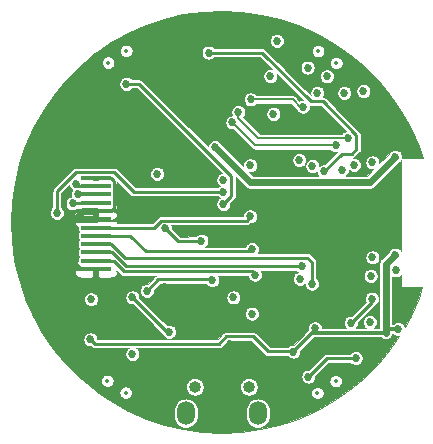
<source format=gbr>
%TF.GenerationSoftware,KiCad,Pcbnew,5.1.5+dfsg1-2~bpo10+1*%
%TF.CreationDate,Date%
%TF.ProjectId,osw-light,6f73772d-6c69-4676-9874-2e6b69636164,1.0*%
%TF.SameCoordinates,Original*%
%TF.FileFunction,Copper,L4,Bot*%
%TF.FilePolarity,Positive*%
%FSLAX46Y46*%
G04 Gerber Fmt 4.6, Leading zero omitted, Abs format (unit mm)*
G04 Created by KiCad*
%MOMM*%
%LPD*%
G04 APERTURE LIST*
%TA.AperFunction,ComponentPad*%
%ADD10O,1.500000X2.000000*%
%TD*%
%TA.AperFunction,SMDPad,CuDef*%
%ADD11R,2.500000X0.350000*%
%TD*%
%TA.AperFunction,ViaPad*%
%ADD12C,0.685800*%
%TD*%
%TA.AperFunction,Conductor*%
%ADD13C,0.250000*%
%TD*%
%TA.AperFunction,Conductor*%
%ADD14C,0.200000*%
%TD*%
%TA.AperFunction,Conductor*%
%ADD15C,0.600000*%
%TD*%
%TA.AperFunction,Conductor*%
%ADD16C,0.300000*%
%TD*%
%TA.AperFunction,Conductor*%
%ADD17C,0.100000*%
%TD*%
%ADD18C,0.330200*%
%ADD19O,0.999999X0.999999*%
%ADD20O,0.750000X1.200000*%
%ADD21C,0.350000*%
G04 APERTURE END LIST*
D10*
%TO.P,U5,*%
%TO.N,*%
X79248000Y-117792500D03*
X73152000Y-117792500D03*
%TD*%
D11*
%TO.P,U4,6*%
%TO.N,GND*%
X65528000Y-101377000D03*
%TO.P,U4,5*%
X65528000Y-100677000D03*
%TO.P,U4,4*%
%TO.N,/3V3_2*%
X65528000Y-99977000D03*
%TO.P,U4,3*%
%TO.N,Net-(R1-Pad2)*%
X65528000Y-99277000D03*
%TO.P,U4,2*%
%TO.N,/LEDK*%
X65528000Y-98577000D03*
%TO.P,U4,1*%
%TO.N,GND*%
X65528000Y-97877000D03*
%TO.P,U4,7*%
%TO.N,/TFT_DC*%
X65528000Y-102077000D03*
%TO.P,U4,8*%
%TO.N,/TFT_CS*%
X65528000Y-102777000D03*
%TO.P,U4,9*%
%TO.N,/SCK*%
X65528000Y-103477000D03*
%TO.P,U4,10*%
%TO.N,/MOSI*%
X65528000Y-104177000D03*
%TO.P,U4,11*%
%TO.N,/TFT_RST*%
X65528000Y-104877000D03*
%TO.P,U4,12*%
%TO.N,GND*%
X65528000Y-105577000D03*
%TD*%
D12*
%TO.N,/EN*%
X87528400Y-113131600D03*
X83515200Y-114706400D03*
X88722100Y-110083600D03*
X88798400Y-106172000D03*
X88950800Y-104597200D03*
X88950800Y-96570800D03*
%TO.N,+3V3*%
X84077622Y-110615633D03*
X90864704Y-96082901D03*
X78645453Y-91228347D03*
X83058000Y-91846400D03*
X90864704Y-104369514D03*
X85090000Y-89285099D03*
X83058000Y-91846400D03*
X65074800Y-111556800D03*
X75613610Y-95273210D03*
X91135200Y-110680500D03*
X82245200Y-112585500D03*
%TO.N,/FLASH*%
X68630800Y-112776000D03*
X78740000Y-109372400D03*
%TO.N,GND*%
X71424800Y-109423200D03*
X71424800Y-107137200D03*
X71424800Y-107899200D03*
X71424800Y-108661200D03*
X79044800Y-93167200D03*
X77165200Y-95097600D03*
X63644278Y-104963690D03*
X63703200Y-106883200D03*
X60979899Y-98298000D03*
X59029600Y-101447600D03*
X70358000Y-98392100D03*
X70205600Y-100177600D03*
X74777600Y-100126800D03*
X73456800Y-97231200D03*
X68783200Y-97154900D03*
X74726800Y-91897200D03*
X76657200Y-89662000D03*
X77419200Y-88595200D03*
X85445600Y-93776800D03*
X76911200Y-111963200D03*
X80404251Y-111905123D03*
X85242400Y-113944400D03*
X91592400Y-109626400D03*
X74498300Y-98247200D03*
X91541600Y-93421200D03*
X89662000Y-90449400D03*
X82245200Y-85191600D03*
X81229200Y-84886800D03*
X80365600Y-84683600D03*
X70154800Y-85242400D03*
X63703200Y-89408000D03*
X62992000Y-90119200D03*
X61264800Y-92557600D03*
X60502800Y-93878400D03*
X59182000Y-97790000D03*
X58991500Y-99034600D03*
X59842400Y-107619800D03*
X60274200Y-108559600D03*
X60833000Y-109651800D03*
X61264800Y-110642400D03*
X62788800Y-112776000D03*
X63449200Y-113487200D03*
X70307200Y-117906800D03*
X71221600Y-118211600D03*
X80924400Y-118414800D03*
X81889600Y-118110000D03*
X88442800Y-113944400D03*
X89154000Y-113334800D03*
X89865200Y-112496600D03*
X62738000Y-93726000D03*
X64617600Y-93065600D03*
X65786000Y-91897200D03*
X66802000Y-91338400D03*
X71018400Y-96266000D03*
X71069200Y-94437200D03*
X87884000Y-103733600D03*
X87934800Y-100939600D03*
X86156800Y-104495600D03*
X85699600Y-106222800D03*
X74726800Y-109016800D03*
X76250800Y-109016800D03*
X80060800Y-109982000D03*
X81432400Y-109880400D03*
X81584800Y-111353600D03*
X81635600Y-114198400D03*
X81534000Y-116027200D03*
X70967600Y-116230400D03*
X71628000Y-114452400D03*
X65328800Y-109982000D03*
X61061600Y-108000800D03*
X63398400Y-103327200D03*
X72781323Y-100548277D03*
X63119000Y-101498500D03*
%TO.N,/VBAT*%
X75394514Y-106531819D03*
X69849900Y-107442000D03*
%TO.N,/LEDK*%
X63853875Y-98390911D03*
%TO.N,/TX*%
X87122000Y-110134400D03*
X88900000Y-108100000D03*
%TO.N,/BTN2*%
X68122800Y-89916000D03*
X76336000Y-100076000D03*
%TO.N,/BTN3*%
X88188800Y-90525600D03*
X76336000Y-98044000D03*
X83464400Y-88544400D03*
%TO.N,/SCL*%
X80857003Y-86274997D03*
X80314800Y-89255600D03*
X87376000Y-96774000D03*
X86563200Y-90678000D03*
X80568800Y-92456000D03*
%TO.N,/SDA*%
X86360000Y-97180400D03*
X84277200Y-90678000D03*
%TO.N,/PIN_LED*%
X62230000Y-100838000D03*
X76336000Y-99060000D03*
%TO.N,/MOSI*%
X82956400Y-105342410D03*
X90932000Y-105714800D03*
%TO.N,/IO34*%
X77591512Y-92310915D03*
X86866601Y-94483743D03*
%TO.N,/IO35*%
X77077665Y-93182219D03*
X85852000Y-95126643D03*
%TO.N,Net-(R1-Pad2)*%
X64008000Y-99263200D03*
%TO.N,Net-(R14-Pad1)*%
X71399500Y-102158800D03*
X74472800Y-103200200D03*
%TO.N,Net-(R15-Pad1)*%
X68630800Y-108000800D03*
X71729600Y-110917100D03*
%TO.N,/B_MON*%
X65125600Y-108153200D03*
X82753200Y-96367600D03*
%TO.N,/RTC_INT*%
X84836000Y-97332800D03*
X75082400Y-87274400D03*
%TO.N,/TFT_DC*%
X78587600Y-96824800D03*
X78587600Y-101142800D03*
%TO.N,/TFT_CS*%
X78740000Y-103892410D03*
X82804000Y-106426000D03*
%TO.N,/TFT_RST*%
X78994000Y-106067410D03*
X83870800Y-96875600D03*
%TO.N,/SCK*%
X83820000Y-106832400D03*
%TO.N,/3V3_2*%
X63561670Y-100028337D03*
%TO.N,/PWR2_EN*%
X70713600Y-97536000D03*
X77165200Y-108000800D03*
%TD*%
D13*
%TO.N,/EN*%
X85090000Y-113131600D02*
X83515200Y-114706400D01*
X87528400Y-113131600D02*
X85090000Y-113131600D01*
D14*
%TO.N,+3V3*%
X82181696Y-91228347D02*
X78645453Y-91228347D01*
X82992244Y-92038895D02*
X82181696Y-91228347D01*
D15*
X90864704Y-104369514D02*
X90089099Y-105145119D01*
X88714804Y-98232801D02*
X90864704Y-96082901D01*
X78573201Y-98232801D02*
X88714804Y-98232801D01*
X75613610Y-95273210D02*
X78573201Y-98232801D01*
X90089099Y-105145119D02*
X90089099Y-110967899D01*
D16*
X90376498Y-110680500D02*
X90089099Y-110967899D01*
X91135200Y-110680500D02*
X90376498Y-110680500D01*
D13*
X80083658Y-112573024D02*
X82207100Y-112573024D01*
X78805933Y-111295299D02*
X80083658Y-112573024D01*
X76590607Y-111295299D02*
X78805933Y-111295299D01*
X75986207Y-111899699D02*
X76590607Y-111295299D01*
X65417699Y-111899699D02*
X75986207Y-111899699D01*
X65074800Y-111556800D02*
X65417699Y-111899699D01*
D16*
X82232724Y-112573024D02*
X82245200Y-112585500D01*
X82207100Y-112573024D02*
X82232724Y-112573024D01*
X83862801Y-110967899D02*
X90089099Y-110967899D01*
X82245200Y-112585500D02*
X83862801Y-110967899D01*
X84077622Y-110753078D02*
X83862801Y-110967899D01*
X84077622Y-110615633D02*
X84077622Y-110753078D01*
D13*
%TO.N,GND*%
X64257588Y-105577000D02*
X63644278Y-104963690D01*
X65528000Y-105577000D02*
X64257588Y-105577000D01*
D15*
X63631500Y-101498500D02*
X63119000Y-101498500D01*
X64453000Y-100677000D02*
X63631500Y-101498500D01*
X65528000Y-100677000D02*
X64453000Y-100677000D01*
X63240500Y-101377000D02*
X63119000Y-101498500D01*
X65528000Y-101377000D02*
X63240500Y-101377000D01*
D13*
X66838002Y-100677000D02*
X65528000Y-100677000D01*
X66838002Y-97877000D02*
X67103001Y-98141999D01*
X67103001Y-100412001D02*
X66838002Y-100677000D01*
X67103001Y-98141999D02*
X67103001Y-100412001D01*
X65528000Y-97877000D02*
X66838002Y-97877000D01*
%TO.N,/VBAT*%
X75331994Y-106469299D02*
X70822601Y-106469299D01*
X70822601Y-106469299D02*
X69849900Y-107442000D01*
X75394514Y-106531819D02*
X75331994Y-106469299D01*
%TO.N,/LEDK*%
X64039964Y-98577000D02*
X63853875Y-98390911D01*
X65528000Y-98577000D02*
X64039964Y-98577000D01*
%TO.N,/TX*%
X88900000Y-108356400D02*
X88900000Y-108100000D01*
X87122000Y-110134400D02*
X88900000Y-108356400D01*
%TO.N,/BTN2*%
X77003901Y-99408099D02*
X76336000Y-100076000D01*
X77003901Y-97723407D02*
X77003901Y-99408099D01*
X69196494Y-89916000D02*
X77003901Y-97723407D01*
X68122800Y-89916000D02*
X69196494Y-89916000D01*
%TO.N,/PIN_LED*%
X67038001Y-97376999D02*
X63879293Y-97376999D01*
X62230000Y-99026292D02*
X62230000Y-99164998D01*
X62230000Y-99164998D02*
X62230000Y-100838000D01*
X63879293Y-97376999D02*
X62230000Y-99026292D01*
X68721002Y-99060000D02*
X67038001Y-97376999D01*
X76336000Y-99060000D02*
X68721002Y-99060000D01*
%TO.N,/MOSI*%
X66901592Y-104177000D02*
X68067002Y-105342410D01*
X68067002Y-105342410D02*
X82956400Y-105342410D01*
X65528000Y-104177000D02*
X66901592Y-104177000D01*
D14*
%TO.N,/IO34*%
X79279407Y-94483743D02*
X86866601Y-94483743D01*
X77591512Y-92795848D02*
X79279407Y-94483743D01*
X77591512Y-92310915D02*
X77591512Y-92795848D01*
%TO.N,/IO35*%
X79022089Y-95126643D02*
X85852000Y-95126643D01*
X77077665Y-93182219D02*
X79022089Y-95126643D01*
D13*
%TO.N,Net-(R1-Pad2)*%
X64021800Y-99277000D02*
X64008000Y-99263200D01*
X65528000Y-99277000D02*
X64021800Y-99277000D01*
%TO.N,Net-(R14-Pad1)*%
X72466300Y-103225600D02*
X71399500Y-102158800D01*
X74472800Y-103200200D02*
X72466300Y-103225600D01*
%TO.N,Net-(R15-Pad1)*%
X71547100Y-110917100D02*
X71729600Y-110917100D01*
X68630800Y-108000800D02*
X71547100Y-110917100D01*
%TO.N,/RTC_INT*%
X84730413Y-91403001D02*
X83732201Y-91403001D01*
X87593001Y-94265589D02*
X84730413Y-91403001D01*
X84836000Y-97332800D02*
X86343799Y-95825001D01*
X87593001Y-95448001D02*
X87593001Y-94265589D01*
X87216001Y-95825001D02*
X87593001Y-95448001D01*
X86343799Y-95825001D02*
X87216001Y-95825001D01*
X79603600Y-87274400D02*
X75082400Y-87274400D01*
X83732201Y-91403001D02*
X79603600Y-87274400D01*
%TO.N,/TFT_DC*%
X70492806Y-102077000D02*
X65528000Y-102077000D01*
X78326099Y-101490899D02*
X71078907Y-101490899D01*
X78587600Y-101142800D02*
X78326099Y-101490899D01*
X71078907Y-101490899D02*
X70492806Y-102077000D01*
%TO.N,/TFT_CS*%
X65528000Y-102777000D02*
X68459600Y-102777000D01*
X68459600Y-102777000D02*
X69771800Y-104089200D01*
X78543210Y-104089200D02*
X78740000Y-103892410D01*
X69771800Y-104089200D02*
X78543210Y-104089200D01*
%TO.N,/TFT_RST*%
X65528000Y-104877000D02*
X66421400Y-104877000D01*
X66497200Y-104952800D02*
X67040982Y-104952800D01*
X66421400Y-104877000D02*
X66497200Y-104952800D01*
X67040982Y-104952800D02*
X67880602Y-105792420D01*
X67880602Y-105792420D02*
X71424800Y-105792420D01*
X71424800Y-105792420D02*
X77927200Y-105792420D01*
X78719010Y-105792420D02*
X78994000Y-106067410D01*
X77927200Y-105792420D02*
X78719010Y-105792420D01*
%TO.N,/SCK*%
X67978412Y-104617410D02*
X66838002Y-103477000D01*
X83433810Y-104617410D02*
X67978412Y-104617410D01*
X83820000Y-105003600D02*
X83433810Y-104617410D01*
X66838002Y-103477000D02*
X65528000Y-103477000D01*
X83820000Y-106832400D02*
X83820000Y-105003600D01*
%TO.N,/3V3_2*%
X63613007Y-99977000D02*
X63561670Y-100028337D01*
X65528000Y-99977000D02*
X63613007Y-99977000D01*
%TD*%
D17*
%TO.N,GND*%
G36*
X77849771Y-83815978D02*
G01*
X79485443Y-84044401D01*
X81093021Y-84422935D01*
X82658748Y-84948340D01*
X84169268Y-85616134D01*
X85611631Y-86420593D01*
X86973522Y-87354846D01*
X88243294Y-88410903D01*
X89410096Y-89579743D01*
X90463933Y-90851353D01*
X91395807Y-92214872D01*
X92197753Y-93658645D01*
X92862908Y-95170325D01*
X93201943Y-96186542D01*
X91445281Y-96203247D01*
X91457604Y-96141297D01*
X91457604Y-96024505D01*
X91434819Y-95909958D01*
X91390125Y-95802057D01*
X91325240Y-95704949D01*
X91242656Y-95622365D01*
X91145548Y-95557480D01*
X91037647Y-95512786D01*
X90923100Y-95490001D01*
X90806308Y-95490001D01*
X90691761Y-95512786D01*
X90583860Y-95557480D01*
X90486752Y-95622365D01*
X90404168Y-95704949D01*
X90339283Y-95802057D01*
X90319167Y-95850621D01*
X89543700Y-96626088D01*
X89543700Y-96512404D01*
X89520915Y-96397857D01*
X89476221Y-96289956D01*
X89411336Y-96192848D01*
X89328752Y-96110264D01*
X89231644Y-96045379D01*
X89123743Y-96000685D01*
X89009196Y-95977900D01*
X88892404Y-95977900D01*
X88777857Y-96000685D01*
X88669956Y-96045379D01*
X88572848Y-96110264D01*
X88490264Y-96192848D01*
X88425379Y-96289956D01*
X88380685Y-96397857D01*
X88357900Y-96512404D01*
X88357900Y-96629196D01*
X88380685Y-96743743D01*
X88425379Y-96851644D01*
X88490264Y-96948752D01*
X88572848Y-97031336D01*
X88669956Y-97096221D01*
X88777857Y-97140915D01*
X88892404Y-97163700D01*
X89006088Y-97163700D01*
X88486987Y-97682801D01*
X86675296Y-97682801D01*
X86737952Y-97640936D01*
X86820536Y-97558352D01*
X86885421Y-97461244D01*
X86930115Y-97353343D01*
X86952900Y-97238796D01*
X86952900Y-97189388D01*
X86998048Y-97234536D01*
X87095156Y-97299421D01*
X87203057Y-97344115D01*
X87317604Y-97366900D01*
X87434396Y-97366900D01*
X87548943Y-97344115D01*
X87656844Y-97299421D01*
X87753952Y-97234536D01*
X87836536Y-97151952D01*
X87901421Y-97054844D01*
X87946115Y-96946943D01*
X87968900Y-96832396D01*
X87968900Y-96715604D01*
X87946115Y-96601057D01*
X87901421Y-96493156D01*
X87836536Y-96396048D01*
X87753952Y-96313464D01*
X87656844Y-96248579D01*
X87548943Y-96203885D01*
X87434396Y-96181100D01*
X87333934Y-96181100D01*
X87360201Y-96173132D01*
X87425348Y-96138310D01*
X87482449Y-96091449D01*
X87494196Y-96077135D01*
X87845141Y-95726191D01*
X87859449Y-95714449D01*
X87887064Y-95680800D01*
X87906311Y-95657348D01*
X87941131Y-95592202D01*
X87941132Y-95592201D01*
X87962575Y-95521514D01*
X87968001Y-95466420D01*
X87968001Y-95466417D01*
X87969815Y-95448001D01*
X87968001Y-95429585D01*
X87968001Y-94284005D01*
X87969815Y-94265589D01*
X87966808Y-94235058D01*
X87962575Y-94192076D01*
X87941132Y-94121389D01*
X87906310Y-94056242D01*
X87859449Y-93999141D01*
X87845140Y-93987398D01*
X85008608Y-91150867D01*
X84996861Y-91136553D01*
X84939760Y-91089692D01*
X84874613Y-91054870D01*
X84803926Y-91033427D01*
X84755944Y-91028701D01*
X84802621Y-90958844D01*
X84847315Y-90850943D01*
X84870100Y-90736396D01*
X84870100Y-90619604D01*
X85970300Y-90619604D01*
X85970300Y-90736396D01*
X85993085Y-90850943D01*
X86037779Y-90958844D01*
X86102664Y-91055952D01*
X86185248Y-91138536D01*
X86282356Y-91203421D01*
X86390257Y-91248115D01*
X86504804Y-91270900D01*
X86621596Y-91270900D01*
X86736143Y-91248115D01*
X86844044Y-91203421D01*
X86941152Y-91138536D01*
X87023736Y-91055952D01*
X87088621Y-90958844D01*
X87133315Y-90850943D01*
X87156100Y-90736396D01*
X87156100Y-90619604D01*
X87133315Y-90505057D01*
X87117636Y-90467204D01*
X87595900Y-90467204D01*
X87595900Y-90583996D01*
X87618685Y-90698543D01*
X87663379Y-90806444D01*
X87728264Y-90903552D01*
X87810848Y-90986136D01*
X87907956Y-91051021D01*
X88015857Y-91095715D01*
X88130404Y-91118500D01*
X88247196Y-91118500D01*
X88361743Y-91095715D01*
X88469644Y-91051021D01*
X88566752Y-90986136D01*
X88649336Y-90903552D01*
X88714221Y-90806444D01*
X88758915Y-90698543D01*
X88781700Y-90583996D01*
X88781700Y-90467204D01*
X88758915Y-90352657D01*
X88714221Y-90244756D01*
X88649336Y-90147648D01*
X88566752Y-90065064D01*
X88469644Y-90000179D01*
X88361743Y-89955485D01*
X88247196Y-89932700D01*
X88130404Y-89932700D01*
X88015857Y-89955485D01*
X87907956Y-90000179D01*
X87810848Y-90065064D01*
X87728264Y-90147648D01*
X87663379Y-90244756D01*
X87618685Y-90352657D01*
X87595900Y-90467204D01*
X87117636Y-90467204D01*
X87088621Y-90397156D01*
X87023736Y-90300048D01*
X86941152Y-90217464D01*
X86844044Y-90152579D01*
X86736143Y-90107885D01*
X86621596Y-90085100D01*
X86504804Y-90085100D01*
X86390257Y-90107885D01*
X86282356Y-90152579D01*
X86185248Y-90217464D01*
X86102664Y-90300048D01*
X86037779Y-90397156D01*
X85993085Y-90505057D01*
X85970300Y-90619604D01*
X84870100Y-90619604D01*
X84847315Y-90505057D01*
X84802621Y-90397156D01*
X84737736Y-90300048D01*
X84655152Y-90217464D01*
X84558044Y-90152579D01*
X84450143Y-90107885D01*
X84335596Y-90085100D01*
X84218804Y-90085100D01*
X84104257Y-90107885D01*
X83996356Y-90152579D01*
X83899248Y-90217464D01*
X83816664Y-90300048D01*
X83751779Y-90397156D01*
X83707085Y-90505057D01*
X83684300Y-90619604D01*
X83684300Y-90736396D01*
X83706244Y-90846714D01*
X82086233Y-89226703D01*
X84497100Y-89226703D01*
X84497100Y-89343495D01*
X84519885Y-89458042D01*
X84564579Y-89565943D01*
X84629464Y-89663051D01*
X84712048Y-89745635D01*
X84809156Y-89810520D01*
X84917057Y-89855214D01*
X85031604Y-89877999D01*
X85148396Y-89877999D01*
X85262943Y-89855214D01*
X85370844Y-89810520D01*
X85467952Y-89745635D01*
X85550536Y-89663051D01*
X85615421Y-89565943D01*
X85660115Y-89458042D01*
X85682900Y-89343495D01*
X85682900Y-89226703D01*
X85660115Y-89112156D01*
X85615421Y-89004255D01*
X85550536Y-88907147D01*
X85467952Y-88824563D01*
X85370844Y-88759678D01*
X85262943Y-88714984D01*
X85148396Y-88692199D01*
X85031604Y-88692199D01*
X84917057Y-88714984D01*
X84809156Y-88759678D01*
X84712048Y-88824563D01*
X84629464Y-88907147D01*
X84564579Y-89004255D01*
X84519885Y-89112156D01*
X84497100Y-89226703D01*
X82086233Y-89226703D01*
X81345534Y-88486004D01*
X82871500Y-88486004D01*
X82871500Y-88602796D01*
X82894285Y-88717343D01*
X82938979Y-88825244D01*
X83003864Y-88922352D01*
X83086448Y-89004936D01*
X83183556Y-89069821D01*
X83291457Y-89114515D01*
X83406004Y-89137300D01*
X83522796Y-89137300D01*
X83637343Y-89114515D01*
X83745244Y-89069821D01*
X83842352Y-89004936D01*
X83924936Y-88922352D01*
X83989821Y-88825244D01*
X84034515Y-88717343D01*
X84057300Y-88602796D01*
X84057300Y-88486004D01*
X84034515Y-88371457D01*
X83989821Y-88263556D01*
X83924936Y-88166448D01*
X83855549Y-88097061D01*
X85363834Y-88097061D01*
X85363834Y-88200477D01*
X85384010Y-88301906D01*
X85423585Y-88397450D01*
X85481040Y-88483437D01*
X85554166Y-88556563D01*
X85640153Y-88614018D01*
X85735697Y-88653593D01*
X85837126Y-88673769D01*
X85940542Y-88673769D01*
X86041971Y-88653593D01*
X86137515Y-88614018D01*
X86223502Y-88556563D01*
X86296628Y-88483437D01*
X86354083Y-88397450D01*
X86393658Y-88301906D01*
X86413834Y-88200477D01*
X86413834Y-88097061D01*
X86393658Y-87995632D01*
X86354083Y-87900088D01*
X86296628Y-87814101D01*
X86223502Y-87740975D01*
X86137515Y-87683520D01*
X86041971Y-87643945D01*
X85940542Y-87623769D01*
X85837126Y-87623769D01*
X85735697Y-87643945D01*
X85640153Y-87683520D01*
X85554166Y-87740975D01*
X85481040Y-87814101D01*
X85423585Y-87900088D01*
X85384010Y-87995632D01*
X85363834Y-88097061D01*
X83855549Y-88097061D01*
X83842352Y-88083864D01*
X83745244Y-88018979D01*
X83637343Y-87974285D01*
X83522796Y-87951500D01*
X83406004Y-87951500D01*
X83291457Y-87974285D01*
X83183556Y-88018979D01*
X83086448Y-88083864D01*
X83003864Y-88166448D01*
X82938979Y-88263556D01*
X82894285Y-88371457D01*
X82871500Y-88486004D01*
X81345534Y-88486004D01*
X79953638Y-87094108D01*
X83819422Y-87094108D01*
X83819422Y-87197524D01*
X83839598Y-87298953D01*
X83879173Y-87394497D01*
X83936628Y-87480484D01*
X84009754Y-87553610D01*
X84095741Y-87611065D01*
X84191285Y-87650640D01*
X84292714Y-87670816D01*
X84396130Y-87670816D01*
X84497559Y-87650640D01*
X84593103Y-87611065D01*
X84679090Y-87553610D01*
X84752216Y-87480484D01*
X84809671Y-87394497D01*
X84849246Y-87298953D01*
X84869422Y-87197524D01*
X84869422Y-87094108D01*
X84849246Y-86992679D01*
X84809671Y-86897135D01*
X84752216Y-86811148D01*
X84679090Y-86738022D01*
X84593103Y-86680567D01*
X84497559Y-86640992D01*
X84396130Y-86620816D01*
X84292714Y-86620816D01*
X84191285Y-86640992D01*
X84095741Y-86680567D01*
X84009754Y-86738022D01*
X83936628Y-86811148D01*
X83879173Y-86897135D01*
X83839598Y-86992679D01*
X83819422Y-87094108D01*
X79953638Y-87094108D01*
X79881795Y-87022266D01*
X79870048Y-87007952D01*
X79812947Y-86961091D01*
X79747800Y-86926269D01*
X79677113Y-86904826D01*
X79622019Y-86899400D01*
X79622016Y-86899400D01*
X79603600Y-86897586D01*
X79585184Y-86899400D01*
X75544908Y-86899400D01*
X75542936Y-86896448D01*
X75460352Y-86813864D01*
X75363244Y-86748979D01*
X75255343Y-86704285D01*
X75140796Y-86681500D01*
X75024004Y-86681500D01*
X74909457Y-86704285D01*
X74801556Y-86748979D01*
X74704448Y-86813864D01*
X74621864Y-86896448D01*
X74556979Y-86993556D01*
X74512285Y-87101457D01*
X74489500Y-87216004D01*
X74489500Y-87332796D01*
X74512285Y-87447343D01*
X74556979Y-87555244D01*
X74621864Y-87652352D01*
X74704448Y-87734936D01*
X74801556Y-87799821D01*
X74909457Y-87844515D01*
X75024004Y-87867300D01*
X75140796Y-87867300D01*
X75255343Y-87844515D01*
X75363244Y-87799821D01*
X75460352Y-87734936D01*
X75542936Y-87652352D01*
X75544908Y-87649400D01*
X79448271Y-87649400D01*
X80483515Y-88684644D01*
X80373196Y-88662700D01*
X80256404Y-88662700D01*
X80141857Y-88685485D01*
X80033956Y-88730179D01*
X79936848Y-88795064D01*
X79854264Y-88877648D01*
X79789379Y-88974756D01*
X79744685Y-89082657D01*
X79721900Y-89197204D01*
X79721900Y-89313996D01*
X79744685Y-89428543D01*
X79789379Y-89536444D01*
X79854264Y-89633552D01*
X79936848Y-89716136D01*
X80033956Y-89781021D01*
X80141857Y-89825715D01*
X80256404Y-89848500D01*
X80373196Y-89848500D01*
X80487743Y-89825715D01*
X80595644Y-89781021D01*
X80692752Y-89716136D01*
X80775336Y-89633552D01*
X80840221Y-89536444D01*
X80884915Y-89428543D01*
X80907700Y-89313996D01*
X80907700Y-89197204D01*
X80885756Y-89086885D01*
X83052370Y-91253500D01*
X82999604Y-91253500D01*
X82885057Y-91276285D01*
X82777156Y-91320979D01*
X82772448Y-91324125D01*
X82441349Y-90993027D01*
X82430381Y-90979662D01*
X82377086Y-90935925D01*
X82316283Y-90903425D01*
X82250308Y-90883412D01*
X82198885Y-90878347D01*
X82198884Y-90878347D01*
X82181696Y-90876654D01*
X82164508Y-90878347D01*
X79124666Y-90878347D01*
X79105989Y-90850395D01*
X79023405Y-90767811D01*
X78926297Y-90702926D01*
X78818396Y-90658232D01*
X78703849Y-90635447D01*
X78587057Y-90635447D01*
X78472510Y-90658232D01*
X78364609Y-90702926D01*
X78267501Y-90767811D01*
X78184917Y-90850395D01*
X78120032Y-90947503D01*
X78075338Y-91055404D01*
X78052553Y-91169951D01*
X78052553Y-91286743D01*
X78075338Y-91401290D01*
X78120032Y-91509191D01*
X78184917Y-91606299D01*
X78267501Y-91688883D01*
X78364609Y-91753768D01*
X78472510Y-91798462D01*
X78587057Y-91821247D01*
X78703849Y-91821247D01*
X78818396Y-91798462D01*
X78926297Y-91753768D01*
X79023405Y-91688883D01*
X79105989Y-91606299D01*
X79124666Y-91578347D01*
X82036723Y-91578347D01*
X82495074Y-92036699D01*
X82532579Y-92127244D01*
X82597464Y-92224352D01*
X82680048Y-92306936D01*
X82777156Y-92371821D01*
X82885057Y-92416515D01*
X82999604Y-92439300D01*
X83116396Y-92439300D01*
X83230943Y-92416515D01*
X83338844Y-92371821D01*
X83435952Y-92306936D01*
X83518536Y-92224352D01*
X83583421Y-92127244D01*
X83628115Y-92019343D01*
X83650900Y-91904796D01*
X83650900Y-91788004D01*
X83647134Y-91769070D01*
X83658688Y-91772575D01*
X83713782Y-91778001D01*
X83713785Y-91778001D01*
X83732201Y-91779815D01*
X83750617Y-91778001D01*
X84575084Y-91778001D01*
X86707881Y-93910799D01*
X86693658Y-93913628D01*
X86585757Y-93958322D01*
X86488649Y-94023207D01*
X86406065Y-94105791D01*
X86387388Y-94133743D01*
X79424381Y-94133743D01*
X78015776Y-92725139D01*
X78052048Y-92688867D01*
X78116933Y-92591759D01*
X78161627Y-92483858D01*
X78178784Y-92397604D01*
X79975900Y-92397604D01*
X79975900Y-92514396D01*
X79998685Y-92628943D01*
X80043379Y-92736844D01*
X80108264Y-92833952D01*
X80190848Y-92916536D01*
X80287956Y-92981421D01*
X80395857Y-93026115D01*
X80510404Y-93048900D01*
X80627196Y-93048900D01*
X80741743Y-93026115D01*
X80849644Y-92981421D01*
X80946752Y-92916536D01*
X81029336Y-92833952D01*
X81094221Y-92736844D01*
X81138915Y-92628943D01*
X81161700Y-92514396D01*
X81161700Y-92397604D01*
X81138915Y-92283057D01*
X81094221Y-92175156D01*
X81029336Y-92078048D01*
X80946752Y-91995464D01*
X80849644Y-91930579D01*
X80741743Y-91885885D01*
X80627196Y-91863100D01*
X80510404Y-91863100D01*
X80395857Y-91885885D01*
X80287956Y-91930579D01*
X80190848Y-91995464D01*
X80108264Y-92078048D01*
X80043379Y-92175156D01*
X79998685Y-92283057D01*
X79975900Y-92397604D01*
X78178784Y-92397604D01*
X78184412Y-92369311D01*
X78184412Y-92252519D01*
X78161627Y-92137972D01*
X78116933Y-92030071D01*
X78052048Y-91932963D01*
X77969464Y-91850379D01*
X77872356Y-91785494D01*
X77764455Y-91740800D01*
X77649908Y-91718015D01*
X77533116Y-91718015D01*
X77418569Y-91740800D01*
X77310668Y-91785494D01*
X77213560Y-91850379D01*
X77130976Y-91932963D01*
X77066091Y-92030071D01*
X77021397Y-92137972D01*
X76998612Y-92252519D01*
X76998612Y-92369311D01*
X77021397Y-92483858D01*
X77065080Y-92589319D01*
X77019269Y-92589319D01*
X76904722Y-92612104D01*
X76796821Y-92656798D01*
X76699713Y-92721683D01*
X76617129Y-92804267D01*
X76552244Y-92901375D01*
X76507550Y-93009276D01*
X76484765Y-93123823D01*
X76484765Y-93240615D01*
X76507550Y-93355162D01*
X76552244Y-93463063D01*
X76617129Y-93560171D01*
X76699713Y-93642755D01*
X76796821Y-93707640D01*
X76904722Y-93752334D01*
X77019269Y-93775119D01*
X77136061Y-93775119D01*
X77169033Y-93768560D01*
X78762440Y-95361968D01*
X78773404Y-95375328D01*
X78812591Y-95407487D01*
X78826699Y-95419065D01*
X78887501Y-95451565D01*
X78953477Y-95471578D01*
X79022089Y-95478336D01*
X79039278Y-95476643D01*
X85372787Y-95476643D01*
X85391464Y-95504595D01*
X85474048Y-95587179D01*
X85571156Y-95652064D01*
X85679057Y-95696758D01*
X85793604Y-95719543D01*
X85910396Y-95719543D01*
X85921045Y-95717425D01*
X84897878Y-96740593D01*
X84894396Y-96739900D01*
X84777604Y-96739900D01*
X84663057Y-96762685D01*
X84555156Y-96807379D01*
X84463700Y-96868487D01*
X84463700Y-96817204D01*
X84440915Y-96702657D01*
X84396221Y-96594756D01*
X84331336Y-96497648D01*
X84248752Y-96415064D01*
X84151644Y-96350179D01*
X84043743Y-96305485D01*
X83929196Y-96282700D01*
X83812404Y-96282700D01*
X83697857Y-96305485D01*
X83589956Y-96350179D01*
X83492848Y-96415064D01*
X83410264Y-96497648D01*
X83345379Y-96594756D01*
X83300685Y-96702657D01*
X83277900Y-96817204D01*
X83277900Y-96933996D01*
X83300685Y-97048543D01*
X83345379Y-97156444D01*
X83410264Y-97253552D01*
X83492848Y-97336136D01*
X83589956Y-97401021D01*
X83697857Y-97445715D01*
X83812404Y-97468500D01*
X83929196Y-97468500D01*
X84043743Y-97445715D01*
X84151644Y-97401021D01*
X84243100Y-97339913D01*
X84243100Y-97391196D01*
X84265885Y-97505743D01*
X84310579Y-97613644D01*
X84356788Y-97682801D01*
X78801018Y-97682801D01*
X78535917Y-97417700D01*
X78645996Y-97417700D01*
X78760543Y-97394915D01*
X78868444Y-97350221D01*
X78965552Y-97285336D01*
X79048136Y-97202752D01*
X79113021Y-97105644D01*
X79157715Y-96997743D01*
X79180500Y-96883196D01*
X79180500Y-96766404D01*
X79157715Y-96651857D01*
X79113021Y-96543956D01*
X79048136Y-96446848D01*
X78965552Y-96364264D01*
X78883149Y-96309204D01*
X82160300Y-96309204D01*
X82160300Y-96425996D01*
X82183085Y-96540543D01*
X82227779Y-96648444D01*
X82292664Y-96745552D01*
X82375248Y-96828136D01*
X82472356Y-96893021D01*
X82580257Y-96937715D01*
X82694804Y-96960500D01*
X82811596Y-96960500D01*
X82926143Y-96937715D01*
X83034044Y-96893021D01*
X83131152Y-96828136D01*
X83213736Y-96745552D01*
X83278621Y-96648444D01*
X83323315Y-96540543D01*
X83346100Y-96425996D01*
X83346100Y-96309204D01*
X83323315Y-96194657D01*
X83278621Y-96086756D01*
X83213736Y-95989648D01*
X83131152Y-95907064D01*
X83034044Y-95842179D01*
X82926143Y-95797485D01*
X82811596Y-95774700D01*
X82694804Y-95774700D01*
X82580257Y-95797485D01*
X82472356Y-95842179D01*
X82375248Y-95907064D01*
X82292664Y-95989648D01*
X82227779Y-96086756D01*
X82183085Y-96194657D01*
X82160300Y-96309204D01*
X78883149Y-96309204D01*
X78868444Y-96299379D01*
X78760543Y-96254685D01*
X78645996Y-96231900D01*
X78529204Y-96231900D01*
X78414657Y-96254685D01*
X78306756Y-96299379D01*
X78209648Y-96364264D01*
X78127064Y-96446848D01*
X78062179Y-96543956D01*
X78017485Y-96651857D01*
X77994700Y-96766404D01*
X77994700Y-96876483D01*
X76159147Y-95040930D01*
X76139031Y-94992366D01*
X76074146Y-94895258D01*
X75991562Y-94812674D01*
X75894454Y-94747789D01*
X75786553Y-94703095D01*
X75672006Y-94680310D01*
X75555214Y-94680310D01*
X75440667Y-94703095D01*
X75332766Y-94747789D01*
X75235658Y-94812674D01*
X75153074Y-94895258D01*
X75088189Y-94992366D01*
X75043495Y-95100267D01*
X75021528Y-95210704D01*
X69474689Y-89663866D01*
X69462942Y-89649552D01*
X69405841Y-89602691D01*
X69340694Y-89567869D01*
X69270007Y-89546426D01*
X69214913Y-89541000D01*
X69214910Y-89541000D01*
X69196494Y-89539186D01*
X69178078Y-89541000D01*
X68585308Y-89541000D01*
X68583336Y-89538048D01*
X68500752Y-89455464D01*
X68403644Y-89390579D01*
X68295743Y-89345885D01*
X68181196Y-89323100D01*
X68064404Y-89323100D01*
X67949857Y-89345885D01*
X67841956Y-89390579D01*
X67744848Y-89455464D01*
X67662264Y-89538048D01*
X67597379Y-89635156D01*
X67552685Y-89743057D01*
X67529900Y-89857604D01*
X67529900Y-89974396D01*
X67552685Y-90088943D01*
X67597379Y-90196844D01*
X67662264Y-90293952D01*
X67744848Y-90376536D01*
X67841956Y-90441421D01*
X67949857Y-90486115D01*
X68064404Y-90508900D01*
X68181196Y-90508900D01*
X68295743Y-90486115D01*
X68403644Y-90441421D01*
X68500752Y-90376536D01*
X68583336Y-90293952D01*
X68585308Y-90291000D01*
X69041165Y-90291000D01*
X76213930Y-97463766D01*
X76163057Y-97473885D01*
X76055156Y-97518579D01*
X75958048Y-97583464D01*
X75875464Y-97666048D01*
X75810579Y-97763156D01*
X75765885Y-97871057D01*
X75743100Y-97985604D01*
X75743100Y-98102396D01*
X75765885Y-98216943D01*
X75810579Y-98324844D01*
X75875464Y-98421952D01*
X75958048Y-98504536D01*
X76029083Y-98552000D01*
X75958048Y-98599464D01*
X75875464Y-98682048D01*
X75873492Y-98685000D01*
X68876332Y-98685000D01*
X67668936Y-97477604D01*
X70120700Y-97477604D01*
X70120700Y-97594396D01*
X70143485Y-97708943D01*
X70188179Y-97816844D01*
X70253064Y-97913952D01*
X70335648Y-97996536D01*
X70432756Y-98061421D01*
X70540657Y-98106115D01*
X70655204Y-98128900D01*
X70771996Y-98128900D01*
X70886543Y-98106115D01*
X70994444Y-98061421D01*
X71091552Y-97996536D01*
X71174136Y-97913952D01*
X71239021Y-97816844D01*
X71283715Y-97708943D01*
X71306500Y-97594396D01*
X71306500Y-97477604D01*
X71283715Y-97363057D01*
X71239021Y-97255156D01*
X71174136Y-97158048D01*
X71091552Y-97075464D01*
X70994444Y-97010579D01*
X70886543Y-96965885D01*
X70771996Y-96943100D01*
X70655204Y-96943100D01*
X70540657Y-96965885D01*
X70432756Y-97010579D01*
X70335648Y-97075464D01*
X70253064Y-97158048D01*
X70188179Y-97255156D01*
X70143485Y-97363057D01*
X70120700Y-97477604D01*
X67668936Y-97477604D01*
X67316196Y-97124865D01*
X67304449Y-97110551D01*
X67247348Y-97063690D01*
X67182201Y-97028868D01*
X67111514Y-97007425D01*
X67056420Y-97001999D01*
X67056417Y-97001999D01*
X67038001Y-97000185D01*
X67019585Y-97001999D01*
X63897709Y-97001999D01*
X63879293Y-97000185D01*
X63860877Y-97001999D01*
X63860874Y-97001999D01*
X63805780Y-97007425D01*
X63735093Y-97028868D01*
X63730476Y-97031336D01*
X63669946Y-97063689D01*
X63637185Y-97090576D01*
X63612845Y-97110551D01*
X63601102Y-97124860D01*
X61977866Y-98748097D01*
X61963552Y-98759844D01*
X61916691Y-98816946D01*
X61881869Y-98882093D01*
X61860426Y-98952780D01*
X61855198Y-99005866D01*
X61853186Y-99026292D01*
X61855000Y-99044708D01*
X61855000Y-99146580D01*
X61855001Y-100375491D01*
X61852048Y-100377464D01*
X61769464Y-100460048D01*
X61704579Y-100557156D01*
X61659885Y-100665057D01*
X61637100Y-100779604D01*
X61637100Y-100896396D01*
X61659885Y-101010943D01*
X61704579Y-101118844D01*
X61769464Y-101215952D01*
X61852048Y-101298536D01*
X61949156Y-101363421D01*
X62057057Y-101408115D01*
X62171604Y-101430900D01*
X62288396Y-101430900D01*
X62402943Y-101408115D01*
X62510844Y-101363421D01*
X62607952Y-101298536D01*
X62690536Y-101215952D01*
X62755421Y-101118844D01*
X62800115Y-101010943D01*
X62813928Y-100941500D01*
X63720000Y-100941500D01*
X63731509Y-100977428D01*
X63748145Y-101027000D01*
X63731509Y-101076572D01*
X63720000Y-101112500D01*
X63859500Y-101252000D01*
X63886411Y-101252000D01*
X63893294Y-101259904D01*
X63980264Y-101327119D01*
X64078676Y-101376075D01*
X64184748Y-101404891D01*
X64294403Y-101412460D01*
X65184500Y-101410000D01*
X65324000Y-101270500D01*
X65324000Y-100783500D01*
X65732000Y-100783500D01*
X65732000Y-101270500D01*
X65871500Y-101410000D01*
X66761597Y-101412460D01*
X66871252Y-101404891D01*
X66977324Y-101376075D01*
X67075736Y-101327119D01*
X67162706Y-101259904D01*
X67169589Y-101252000D01*
X67196500Y-101252000D01*
X67336000Y-101112500D01*
X67324491Y-101076572D01*
X67307855Y-101027000D01*
X67324491Y-100977428D01*
X67336000Y-100941500D01*
X67196500Y-100802000D01*
X67169589Y-100802000D01*
X67162706Y-100794096D01*
X67075736Y-100726881D01*
X66977324Y-100677925D01*
X66871252Y-100649109D01*
X66761597Y-100641540D01*
X65871500Y-100644000D01*
X65732000Y-100783500D01*
X65324000Y-100783500D01*
X65184500Y-100644000D01*
X64294403Y-100641540D01*
X64184748Y-100649109D01*
X64078676Y-100677925D01*
X63980264Y-100726881D01*
X63893294Y-100794096D01*
X63886411Y-100802000D01*
X63859500Y-100802000D01*
X63720000Y-100941500D01*
X62813928Y-100941500D01*
X62822900Y-100896396D01*
X62822900Y-100779604D01*
X62800115Y-100665057D01*
X62755421Y-100557156D01*
X62690536Y-100460048D01*
X62607952Y-100377464D01*
X62605000Y-100375492D01*
X62605000Y-99181621D01*
X63273641Y-98512981D01*
X63283760Y-98563854D01*
X63328454Y-98671755D01*
X63393339Y-98768863D01*
X63475923Y-98851447D01*
X63540996Y-98894927D01*
X63482579Y-98982356D01*
X63437885Y-99090257D01*
X63415100Y-99204804D01*
X63415100Y-99321596D01*
X63437885Y-99436143D01*
X63442592Y-99447507D01*
X63388727Y-99458222D01*
X63280826Y-99502916D01*
X63183718Y-99567801D01*
X63101134Y-99650385D01*
X63036249Y-99747493D01*
X62991555Y-99855394D01*
X62968770Y-99969941D01*
X62968770Y-100086733D01*
X62991555Y-100201280D01*
X63036249Y-100309181D01*
X63101134Y-100406289D01*
X63183718Y-100488873D01*
X63280826Y-100553758D01*
X63388727Y-100598452D01*
X63503274Y-100621237D01*
X63620066Y-100621237D01*
X63734613Y-100598452D01*
X63842514Y-100553758D01*
X63853750Y-100546250D01*
X63859500Y-100552000D01*
X65324000Y-100552000D01*
X65324000Y-100502000D01*
X65732000Y-100502000D01*
X65732000Y-100552000D01*
X67196500Y-100552000D01*
X67336000Y-100412500D01*
X67324491Y-100376572D01*
X67289520Y-100272367D01*
X67234892Y-100176986D01*
X67162706Y-100094096D01*
X67075736Y-100026881D01*
X67029209Y-100003736D01*
X67029209Y-99802000D01*
X67024382Y-99752992D01*
X67010087Y-99705866D01*
X66986873Y-99662436D01*
X66957792Y-99627000D01*
X66986873Y-99591564D01*
X67010087Y-99548134D01*
X67024382Y-99501008D01*
X67029209Y-99452000D01*
X67029209Y-99102000D01*
X67024382Y-99052992D01*
X67010087Y-99005866D01*
X66986873Y-98962436D01*
X66957792Y-98927000D01*
X66986873Y-98891564D01*
X67010087Y-98848134D01*
X67024382Y-98801008D01*
X67029209Y-98752000D01*
X67029209Y-98550264D01*
X67075736Y-98527119D01*
X67162706Y-98459904D01*
X67234892Y-98377014D01*
X67289520Y-98281633D01*
X67320373Y-98189700D01*
X68442811Y-99312139D01*
X68454554Y-99326448D01*
X68511655Y-99373309D01*
X68576802Y-99408131D01*
X68647489Y-99429574D01*
X68702583Y-99435000D01*
X68702586Y-99435000D01*
X68721002Y-99436814D01*
X68739418Y-99435000D01*
X75873492Y-99435000D01*
X75875464Y-99437952D01*
X75958048Y-99520536D01*
X76029083Y-99568000D01*
X75958048Y-99615464D01*
X75875464Y-99698048D01*
X75810579Y-99795156D01*
X75765885Y-99903057D01*
X75743100Y-100017604D01*
X75743100Y-100134396D01*
X75765885Y-100248943D01*
X75810579Y-100356844D01*
X75875464Y-100453952D01*
X75958048Y-100536536D01*
X76055156Y-100601421D01*
X76163057Y-100646115D01*
X76277604Y-100668900D01*
X76394396Y-100668900D01*
X76508943Y-100646115D01*
X76616844Y-100601421D01*
X76713952Y-100536536D01*
X76796536Y-100453952D01*
X76861421Y-100356844D01*
X76906115Y-100248943D01*
X76928900Y-100134396D01*
X76928900Y-100017604D01*
X76928207Y-100014122D01*
X77256040Y-99686290D01*
X77270349Y-99674547D01*
X77293306Y-99646573D01*
X77317211Y-99617446D01*
X77352031Y-99552300D01*
X77352032Y-99552299D01*
X77373475Y-99481612D01*
X77378901Y-99426518D01*
X77378901Y-99426515D01*
X77380715Y-99408099D01*
X77378901Y-99389683D01*
X77378901Y-97816318D01*
X78165188Y-98602605D01*
X78182411Y-98623591D01*
X78203397Y-98640814D01*
X78266159Y-98692322D01*
X78361706Y-98743393D01*
X78445669Y-98768863D01*
X78465382Y-98774843D01*
X78546183Y-98782801D01*
X78546190Y-98782801D01*
X78573201Y-98785461D01*
X78600212Y-98782801D01*
X88687796Y-98782801D01*
X88714804Y-98785461D01*
X88741812Y-98782801D01*
X88741822Y-98782801D01*
X88822623Y-98774843D01*
X88926298Y-98743393D01*
X89021846Y-98692322D01*
X89105594Y-98623591D01*
X89122817Y-98602605D01*
X91096984Y-96628438D01*
X91145548Y-96608322D01*
X91242656Y-96543437D01*
X91325240Y-96460853D01*
X91390000Y-96363932D01*
X91390000Y-104088483D01*
X91325240Y-103991562D01*
X91242656Y-103908978D01*
X91145548Y-103844093D01*
X91037647Y-103799399D01*
X90923100Y-103776614D01*
X90806308Y-103776614D01*
X90691761Y-103799399D01*
X90583860Y-103844093D01*
X90486752Y-103908978D01*
X90404168Y-103991562D01*
X90339283Y-104088670D01*
X90319168Y-104137232D01*
X89719295Y-104737106D01*
X89698309Y-104754329D01*
X89629578Y-104838077D01*
X89578507Y-104933626D01*
X89547057Y-105037301D01*
X89539099Y-105118102D01*
X89539099Y-105118111D01*
X89536439Y-105145119D01*
X89539099Y-105172127D01*
X89539100Y-110567899D01*
X89064488Y-110567899D01*
X89100052Y-110544136D01*
X89182636Y-110461552D01*
X89247521Y-110364444D01*
X89292215Y-110256543D01*
X89315000Y-110141996D01*
X89315000Y-110025204D01*
X89292215Y-109910657D01*
X89247521Y-109802756D01*
X89182636Y-109705648D01*
X89100052Y-109623064D01*
X89002944Y-109558179D01*
X88895043Y-109513485D01*
X88780496Y-109490700D01*
X88663704Y-109490700D01*
X88549157Y-109513485D01*
X88441256Y-109558179D01*
X88344148Y-109623064D01*
X88261564Y-109705648D01*
X88196679Y-109802756D01*
X88151985Y-109910657D01*
X88129200Y-110025204D01*
X88129200Y-110141996D01*
X88151985Y-110256543D01*
X88196679Y-110364444D01*
X88261564Y-110461552D01*
X88344148Y-110544136D01*
X88379712Y-110567899D01*
X87526989Y-110567899D01*
X87582536Y-110512352D01*
X87647421Y-110415244D01*
X87692115Y-110307343D01*
X87714900Y-110192796D01*
X87714900Y-110076004D01*
X87714207Y-110072522D01*
X89147496Y-108639234D01*
X89180844Y-108625421D01*
X89277952Y-108560536D01*
X89360536Y-108477952D01*
X89425421Y-108380844D01*
X89470115Y-108272943D01*
X89492900Y-108158396D01*
X89492900Y-108041604D01*
X89470115Y-107927057D01*
X89425421Y-107819156D01*
X89360536Y-107722048D01*
X89277952Y-107639464D01*
X89180844Y-107574579D01*
X89072943Y-107529885D01*
X88958396Y-107507100D01*
X88841604Y-107507100D01*
X88727057Y-107529885D01*
X88619156Y-107574579D01*
X88522048Y-107639464D01*
X88439464Y-107722048D01*
X88374579Y-107819156D01*
X88329885Y-107927057D01*
X88307100Y-108041604D01*
X88307100Y-108158396D01*
X88329885Y-108272943D01*
X88365982Y-108360088D01*
X87183878Y-109542193D01*
X87180396Y-109541500D01*
X87063604Y-109541500D01*
X86949057Y-109564285D01*
X86841156Y-109608979D01*
X86744048Y-109673864D01*
X86661464Y-109756448D01*
X86596579Y-109853556D01*
X86551885Y-109961457D01*
X86529100Y-110076004D01*
X86529100Y-110192796D01*
X86551885Y-110307343D01*
X86596579Y-110415244D01*
X86661464Y-110512352D01*
X86717011Y-110567899D01*
X84670522Y-110567899D01*
X84670522Y-110557237D01*
X84647737Y-110442690D01*
X84603043Y-110334789D01*
X84538158Y-110237681D01*
X84455574Y-110155097D01*
X84358466Y-110090212D01*
X84250565Y-110045518D01*
X84136018Y-110022733D01*
X84019226Y-110022733D01*
X83904679Y-110045518D01*
X83796778Y-110090212D01*
X83699670Y-110155097D01*
X83617086Y-110237681D01*
X83552201Y-110334789D01*
X83507507Y-110442690D01*
X83484722Y-110557237D01*
X83484722Y-110674029D01*
X83502352Y-110762662D01*
X82272415Y-111992600D01*
X82186804Y-111992600D01*
X82072257Y-112015385D01*
X81964356Y-112060079D01*
X81867248Y-112124964D01*
X81794188Y-112198024D01*
X80238988Y-112198024D01*
X79084128Y-111043165D01*
X79072381Y-111028851D01*
X79015280Y-110981990D01*
X78950133Y-110947168D01*
X78879446Y-110925725D01*
X78824352Y-110920299D01*
X78824349Y-110920299D01*
X78805933Y-110918485D01*
X78787517Y-110920299D01*
X76609023Y-110920299D01*
X76590607Y-110918485D01*
X76572191Y-110920299D01*
X76572188Y-110920299D01*
X76517094Y-110925725D01*
X76446407Y-110947168D01*
X76425714Y-110958229D01*
X76381260Y-110981989D01*
X76348499Y-111008876D01*
X76324159Y-111028851D01*
X76312416Y-111043160D01*
X75830878Y-111524699D01*
X65667700Y-111524699D01*
X65667700Y-111498404D01*
X65644915Y-111383857D01*
X65600221Y-111275956D01*
X65535336Y-111178848D01*
X65452752Y-111096264D01*
X65355644Y-111031379D01*
X65247743Y-110986685D01*
X65133196Y-110963900D01*
X65016404Y-110963900D01*
X64901857Y-110986685D01*
X64793956Y-111031379D01*
X64696848Y-111096264D01*
X64614264Y-111178848D01*
X64549379Y-111275956D01*
X64504685Y-111383857D01*
X64481900Y-111498404D01*
X64481900Y-111615196D01*
X64504685Y-111729743D01*
X64549379Y-111837644D01*
X64614264Y-111934752D01*
X64696848Y-112017336D01*
X64793956Y-112082221D01*
X64901857Y-112126915D01*
X65016404Y-112149700D01*
X65133196Y-112149700D01*
X65136678Y-112149007D01*
X65139508Y-112151838D01*
X65151251Y-112166147D01*
X65165558Y-112177888D01*
X65208351Y-112213008D01*
X65273497Y-112247829D01*
X65273499Y-112247830D01*
X65344186Y-112269273D01*
X65399280Y-112274699D01*
X65399282Y-112274699D01*
X65417698Y-112276513D01*
X65436114Y-112274699D01*
X68313858Y-112274699D01*
X68252848Y-112315464D01*
X68170264Y-112398048D01*
X68105379Y-112495156D01*
X68060685Y-112603057D01*
X68037900Y-112717604D01*
X68037900Y-112834396D01*
X68060685Y-112948943D01*
X68105379Y-113056844D01*
X68170264Y-113153952D01*
X68252848Y-113236536D01*
X68349956Y-113301421D01*
X68457857Y-113346115D01*
X68572404Y-113368900D01*
X68689196Y-113368900D01*
X68803743Y-113346115D01*
X68911644Y-113301421D01*
X69008752Y-113236536D01*
X69091336Y-113153952D01*
X69156221Y-113056844D01*
X69200915Y-112948943D01*
X69223700Y-112834396D01*
X69223700Y-112717604D01*
X69200915Y-112603057D01*
X69156221Y-112495156D01*
X69091336Y-112398048D01*
X69008752Y-112315464D01*
X68947742Y-112274699D01*
X75967791Y-112274699D01*
X75986207Y-112276513D01*
X76004623Y-112274699D01*
X76004626Y-112274699D01*
X76059720Y-112269273D01*
X76130407Y-112247830D01*
X76195554Y-112213008D01*
X76252655Y-112166147D01*
X76264402Y-112151833D01*
X76745937Y-111670299D01*
X78650604Y-111670299D01*
X79805467Y-112825163D01*
X79817210Y-112839472D01*
X79874311Y-112886333D01*
X79939458Y-112921155D01*
X80010145Y-112942598D01*
X80065239Y-112948024D01*
X80065241Y-112948024D01*
X80083657Y-112949838D01*
X80102073Y-112948024D01*
X81774355Y-112948024D01*
X81784664Y-112963452D01*
X81867248Y-113046036D01*
X81964356Y-113110921D01*
X82072257Y-113155615D01*
X82186804Y-113178400D01*
X82303596Y-113178400D01*
X82418143Y-113155615D01*
X82526044Y-113110921D01*
X82623152Y-113046036D01*
X82705736Y-112963452D01*
X82770621Y-112866344D01*
X82815315Y-112758443D01*
X82838100Y-112643896D01*
X82838100Y-112558285D01*
X84028487Y-111367899D01*
X89709532Y-111367899D01*
X89782058Y-111427420D01*
X89877606Y-111478491D01*
X89981281Y-111509941D01*
X90089099Y-111520560D01*
X90196918Y-111509941D01*
X90300593Y-111478491D01*
X90396141Y-111427420D01*
X90479889Y-111358689D01*
X90548620Y-111274941D01*
X90599691Y-111179393D01*
X90629690Y-111080500D01*
X90696712Y-111080500D01*
X90757248Y-111141036D01*
X90854356Y-111205921D01*
X90962257Y-111250615D01*
X91076804Y-111273400D01*
X91193596Y-111273400D01*
X91200820Y-111271963D01*
X90445154Y-112373522D01*
X89389092Y-113643299D01*
X88220261Y-114810091D01*
X86948647Y-115863933D01*
X85585123Y-116795811D01*
X84141350Y-117597755D01*
X82629675Y-118262908D01*
X81063030Y-118785580D01*
X79454797Y-119161307D01*
X77818645Y-119386887D01*
X76200089Y-119460385D01*
X74550229Y-119384022D01*
X72914561Y-119155599D01*
X71306979Y-118777065D01*
X69741252Y-118251660D01*
X68230736Y-117583868D01*
X68068497Y-117493381D01*
X72152000Y-117493381D01*
X72152000Y-118091620D01*
X72166470Y-118238534D01*
X72223651Y-118427035D01*
X72316509Y-118600758D01*
X72441473Y-118753028D01*
X72593743Y-118877992D01*
X72767466Y-118970849D01*
X72955967Y-119028030D01*
X73152000Y-119047338D01*
X73348034Y-119028030D01*
X73536535Y-118970849D01*
X73710258Y-118877992D01*
X73862528Y-118753028D01*
X73987492Y-118600758D01*
X74080349Y-118427035D01*
X74137530Y-118238533D01*
X74152000Y-118091619D01*
X74152000Y-117493381D01*
X78248000Y-117493381D01*
X78248000Y-118091620D01*
X78262470Y-118238534D01*
X78319651Y-118427035D01*
X78412509Y-118600758D01*
X78537473Y-118753028D01*
X78689743Y-118877992D01*
X78863466Y-118970849D01*
X79051967Y-119028030D01*
X79248000Y-119047338D01*
X79444034Y-119028030D01*
X79632535Y-118970849D01*
X79806258Y-118877992D01*
X79958528Y-118753028D01*
X80083492Y-118600758D01*
X80176349Y-118427035D01*
X80233530Y-118238533D01*
X80248000Y-118091619D01*
X80248000Y-117493380D01*
X80233530Y-117346466D01*
X80176349Y-117157965D01*
X80083492Y-116984242D01*
X79958528Y-116831972D01*
X79806258Y-116707008D01*
X79632534Y-116614151D01*
X79444033Y-116556970D01*
X79248000Y-116537662D01*
X79051966Y-116556970D01*
X78863465Y-116614151D01*
X78689742Y-116707008D01*
X78537472Y-116831972D01*
X78412508Y-116984242D01*
X78319651Y-117157966D01*
X78262470Y-117346467D01*
X78248000Y-117493381D01*
X74152000Y-117493381D01*
X74152000Y-117493380D01*
X74137530Y-117346466D01*
X74080349Y-117157965D01*
X73987492Y-116984242D01*
X73862528Y-116831972D01*
X73710258Y-116707008D01*
X73536534Y-116614151D01*
X73348033Y-116556970D01*
X73152000Y-116537662D01*
X72955966Y-116556970D01*
X72767465Y-116614151D01*
X72593742Y-116707008D01*
X72441472Y-116831972D01*
X72316508Y-116984242D01*
X72223651Y-117157966D01*
X72166470Y-117346467D01*
X72152000Y-117493381D01*
X68068497Y-117493381D01*
X66788369Y-116779407D01*
X65655812Y-116002476D01*
X67530578Y-116002476D01*
X67530578Y-116105892D01*
X67550754Y-116207321D01*
X67590329Y-116302865D01*
X67647784Y-116388852D01*
X67720910Y-116461978D01*
X67806897Y-116519433D01*
X67902441Y-116559008D01*
X68003870Y-116579184D01*
X68107286Y-116579184D01*
X68208715Y-116559008D01*
X68304259Y-116519433D01*
X68390246Y-116461978D01*
X68463372Y-116388852D01*
X68520827Y-116302865D01*
X68560402Y-116207321D01*
X68580578Y-116105892D01*
X68580578Y-116002476D01*
X68560402Y-115901047D01*
X68520827Y-115805503D01*
X68463372Y-115719516D01*
X68390246Y-115646390D01*
X68304259Y-115588935D01*
X68208715Y-115549360D01*
X68107286Y-115529184D01*
X68003870Y-115529184D01*
X67902441Y-115549360D01*
X67806897Y-115588935D01*
X67720910Y-115646390D01*
X67647784Y-115719516D01*
X67590329Y-115805503D01*
X67550754Y-115901047D01*
X67530578Y-116002476D01*
X65655812Y-116002476D01*
X65426478Y-115845154D01*
X64409717Y-114999523D01*
X65986166Y-114999523D01*
X65986166Y-115102939D01*
X66006342Y-115204368D01*
X66045917Y-115299912D01*
X66103372Y-115385899D01*
X66176498Y-115459025D01*
X66262485Y-115516480D01*
X66358029Y-115556055D01*
X66459458Y-115576231D01*
X66562874Y-115576231D01*
X66664303Y-115556055D01*
X66759847Y-115516480D01*
X66790301Y-115496131D01*
X73164000Y-115496131D01*
X73164000Y-115643869D01*
X73192822Y-115788767D01*
X73249359Y-115925258D01*
X73331437Y-116048097D01*
X73435903Y-116152563D01*
X73558742Y-116234641D01*
X73695233Y-116291178D01*
X73840131Y-116320000D01*
X73987869Y-116320000D01*
X74132767Y-116291178D01*
X74269258Y-116234641D01*
X74392097Y-116152563D01*
X74496563Y-116048097D01*
X74578641Y-115925258D01*
X74635178Y-115788767D01*
X74664000Y-115643869D01*
X74664000Y-115496131D01*
X77736000Y-115496131D01*
X77736000Y-115643869D01*
X77764822Y-115788767D01*
X77821359Y-115925258D01*
X77903437Y-116048097D01*
X78007903Y-116152563D01*
X78130742Y-116234641D01*
X78267233Y-116291178D01*
X78412131Y-116320000D01*
X78559869Y-116320000D01*
X78704767Y-116291178D01*
X78841258Y-116234641D01*
X78964097Y-116152563D01*
X79068563Y-116048097D01*
X79075936Y-116037061D01*
X83766166Y-116037061D01*
X83766166Y-116140477D01*
X83786342Y-116241906D01*
X83825917Y-116337450D01*
X83883372Y-116423437D01*
X83956498Y-116496563D01*
X84042485Y-116554018D01*
X84138029Y-116593593D01*
X84239458Y-116613769D01*
X84342874Y-116613769D01*
X84444303Y-116593593D01*
X84539847Y-116554018D01*
X84625834Y-116496563D01*
X84698960Y-116423437D01*
X84756415Y-116337450D01*
X84795990Y-116241906D01*
X84816166Y-116140477D01*
X84816166Y-116037061D01*
X84795990Y-115935632D01*
X84756415Y-115840088D01*
X84698960Y-115754101D01*
X84625834Y-115680975D01*
X84539847Y-115623520D01*
X84444303Y-115583945D01*
X84342874Y-115563769D01*
X84239458Y-115563769D01*
X84138029Y-115583945D01*
X84042485Y-115623520D01*
X83956498Y-115680975D01*
X83883372Y-115754101D01*
X83825917Y-115840088D01*
X83786342Y-115935632D01*
X83766166Y-116037061D01*
X79075936Y-116037061D01*
X79150641Y-115925258D01*
X79207178Y-115788767D01*
X79236000Y-115643869D01*
X79236000Y-115496131D01*
X79207178Y-115351233D01*
X79150641Y-115214742D01*
X79068563Y-115091903D01*
X78964097Y-114987437D01*
X78841258Y-114905359D01*
X78704767Y-114848822D01*
X78559869Y-114820000D01*
X78412131Y-114820000D01*
X78267233Y-114848822D01*
X78130742Y-114905359D01*
X78007903Y-114987437D01*
X77903437Y-115091903D01*
X77821359Y-115214742D01*
X77764822Y-115351233D01*
X77736000Y-115496131D01*
X74664000Y-115496131D01*
X74635178Y-115351233D01*
X74578641Y-115214742D01*
X74496563Y-115091903D01*
X74392097Y-114987437D01*
X74269258Y-114905359D01*
X74132767Y-114848822D01*
X73987869Y-114820000D01*
X73840131Y-114820000D01*
X73695233Y-114848822D01*
X73558742Y-114905359D01*
X73435903Y-114987437D01*
X73331437Y-115091903D01*
X73249359Y-115214742D01*
X73192822Y-115351233D01*
X73164000Y-115496131D01*
X66790301Y-115496131D01*
X66845834Y-115459025D01*
X66918960Y-115385899D01*
X66976415Y-115299912D01*
X67015990Y-115204368D01*
X67036166Y-115102939D01*
X67036166Y-114999523D01*
X67015990Y-114898094D01*
X66976415Y-114802550D01*
X66918960Y-114716563D01*
X66850401Y-114648004D01*
X82922300Y-114648004D01*
X82922300Y-114764796D01*
X82945085Y-114879343D01*
X82989779Y-114987244D01*
X83054664Y-115084352D01*
X83137248Y-115166936D01*
X83234356Y-115231821D01*
X83342257Y-115276515D01*
X83456804Y-115299300D01*
X83573596Y-115299300D01*
X83688143Y-115276515D01*
X83796044Y-115231821D01*
X83893152Y-115166936D01*
X83975736Y-115084352D01*
X84009307Y-115034108D01*
X85310578Y-115034108D01*
X85310578Y-115137524D01*
X85330754Y-115238953D01*
X85370329Y-115334497D01*
X85427784Y-115420484D01*
X85500910Y-115493610D01*
X85586897Y-115551065D01*
X85682441Y-115590640D01*
X85783870Y-115610816D01*
X85887286Y-115610816D01*
X85988715Y-115590640D01*
X86084259Y-115551065D01*
X86170246Y-115493610D01*
X86243372Y-115420484D01*
X86300827Y-115334497D01*
X86340402Y-115238953D01*
X86360578Y-115137524D01*
X86360578Y-115034108D01*
X86340402Y-114932679D01*
X86300827Y-114837135D01*
X86243372Y-114751148D01*
X86170246Y-114678022D01*
X86084259Y-114620567D01*
X85988715Y-114580992D01*
X85887286Y-114560816D01*
X85783870Y-114560816D01*
X85682441Y-114580992D01*
X85586897Y-114620567D01*
X85500910Y-114678022D01*
X85427784Y-114751148D01*
X85370329Y-114837135D01*
X85330754Y-114932679D01*
X85310578Y-115034108D01*
X84009307Y-115034108D01*
X84040621Y-114987244D01*
X84085315Y-114879343D01*
X84108100Y-114764796D01*
X84108100Y-114648004D01*
X84107407Y-114644522D01*
X85245330Y-113506600D01*
X87065892Y-113506600D01*
X87067864Y-113509552D01*
X87150448Y-113592136D01*
X87247556Y-113657021D01*
X87355457Y-113701715D01*
X87470004Y-113724500D01*
X87586796Y-113724500D01*
X87701343Y-113701715D01*
X87809244Y-113657021D01*
X87906352Y-113592136D01*
X87988936Y-113509552D01*
X88053821Y-113412444D01*
X88098515Y-113304543D01*
X88121300Y-113189996D01*
X88121300Y-113073204D01*
X88098515Y-112958657D01*
X88053821Y-112850756D01*
X87988936Y-112753648D01*
X87906352Y-112671064D01*
X87809244Y-112606179D01*
X87701343Y-112561485D01*
X87586796Y-112538700D01*
X87470004Y-112538700D01*
X87355457Y-112561485D01*
X87247556Y-112606179D01*
X87150448Y-112671064D01*
X87067864Y-112753648D01*
X87065892Y-112756600D01*
X85108416Y-112756600D01*
X85090000Y-112754786D01*
X85071584Y-112756600D01*
X85071581Y-112756600D01*
X85016487Y-112762026D01*
X84945800Y-112783469D01*
X84925107Y-112794530D01*
X84880653Y-112818290D01*
X84851795Y-112841974D01*
X84823552Y-112865152D01*
X84811809Y-112879461D01*
X83577078Y-114114193D01*
X83573596Y-114113500D01*
X83456804Y-114113500D01*
X83342257Y-114136285D01*
X83234356Y-114180979D01*
X83137248Y-114245864D01*
X83054664Y-114328448D01*
X82989779Y-114425556D01*
X82945085Y-114533457D01*
X82922300Y-114648004D01*
X66850401Y-114648004D01*
X66845834Y-114643437D01*
X66759847Y-114585982D01*
X66664303Y-114546407D01*
X66562874Y-114526231D01*
X66459458Y-114526231D01*
X66358029Y-114546407D01*
X66262485Y-114585982D01*
X66176498Y-114643437D01*
X66103372Y-114716563D01*
X66045917Y-114802550D01*
X66006342Y-114898094D01*
X65986166Y-114999523D01*
X64409717Y-114999523D01*
X64156701Y-114789092D01*
X62989909Y-113620261D01*
X61936067Y-112348647D01*
X61004189Y-110985123D01*
X60202245Y-109541350D01*
X59565750Y-108094804D01*
X64532700Y-108094804D01*
X64532700Y-108211596D01*
X64555485Y-108326143D01*
X64600179Y-108434044D01*
X64665064Y-108531152D01*
X64747648Y-108613736D01*
X64844756Y-108678621D01*
X64952657Y-108723315D01*
X65067204Y-108746100D01*
X65183996Y-108746100D01*
X65298543Y-108723315D01*
X65406444Y-108678621D01*
X65503552Y-108613736D01*
X65586136Y-108531152D01*
X65651021Y-108434044D01*
X65695715Y-108326143D01*
X65718500Y-108211596D01*
X65718500Y-108094804D01*
X65695715Y-107980257D01*
X65680036Y-107942404D01*
X68037900Y-107942404D01*
X68037900Y-108059196D01*
X68060685Y-108173743D01*
X68105379Y-108281644D01*
X68170264Y-108378752D01*
X68252848Y-108461336D01*
X68349956Y-108526221D01*
X68457857Y-108570915D01*
X68572404Y-108593700D01*
X68689196Y-108593700D01*
X68692678Y-108593007D01*
X71151979Y-111052309D01*
X71159485Y-111090043D01*
X71204179Y-111197944D01*
X71269064Y-111295052D01*
X71351648Y-111377636D01*
X71448756Y-111442521D01*
X71556657Y-111487215D01*
X71671204Y-111510000D01*
X71787996Y-111510000D01*
X71902543Y-111487215D01*
X72010444Y-111442521D01*
X72107552Y-111377636D01*
X72190136Y-111295052D01*
X72255021Y-111197944D01*
X72299715Y-111090043D01*
X72322500Y-110975496D01*
X72322500Y-110858704D01*
X72299715Y-110744157D01*
X72255021Y-110636256D01*
X72190136Y-110539148D01*
X72107552Y-110456564D01*
X72010444Y-110391679D01*
X71902543Y-110346985D01*
X71787996Y-110324200D01*
X71671204Y-110324200D01*
X71556657Y-110346985D01*
X71521767Y-110361437D01*
X70474334Y-109314004D01*
X78147100Y-109314004D01*
X78147100Y-109430796D01*
X78169885Y-109545343D01*
X78214579Y-109653244D01*
X78279464Y-109750352D01*
X78362048Y-109832936D01*
X78459156Y-109897821D01*
X78567057Y-109942515D01*
X78681604Y-109965300D01*
X78798396Y-109965300D01*
X78912943Y-109942515D01*
X79020844Y-109897821D01*
X79117952Y-109832936D01*
X79200536Y-109750352D01*
X79265421Y-109653244D01*
X79310115Y-109545343D01*
X79332900Y-109430796D01*
X79332900Y-109314004D01*
X79310115Y-109199457D01*
X79265421Y-109091556D01*
X79200536Y-108994448D01*
X79117952Y-108911864D01*
X79020844Y-108846979D01*
X78912943Y-108802285D01*
X78798396Y-108779500D01*
X78681604Y-108779500D01*
X78567057Y-108802285D01*
X78459156Y-108846979D01*
X78362048Y-108911864D01*
X78279464Y-108994448D01*
X78214579Y-109091556D01*
X78169885Y-109199457D01*
X78147100Y-109314004D01*
X70474334Y-109314004D01*
X69223007Y-108062678D01*
X69223700Y-108059196D01*
X69223700Y-107942404D01*
X69200915Y-107827857D01*
X69156221Y-107719956D01*
X69091336Y-107622848D01*
X69008752Y-107540264D01*
X68911644Y-107475379D01*
X68803743Y-107430685D01*
X68689196Y-107407900D01*
X68572404Y-107407900D01*
X68457857Y-107430685D01*
X68349956Y-107475379D01*
X68252848Y-107540264D01*
X68170264Y-107622848D01*
X68105379Y-107719956D01*
X68060685Y-107827857D01*
X68037900Y-107942404D01*
X65680036Y-107942404D01*
X65651021Y-107872356D01*
X65586136Y-107775248D01*
X65503552Y-107692664D01*
X65406444Y-107627779D01*
X65298543Y-107583085D01*
X65183996Y-107560300D01*
X65067204Y-107560300D01*
X64952657Y-107583085D01*
X64844756Y-107627779D01*
X64747648Y-107692664D01*
X64665064Y-107775248D01*
X64600179Y-107872356D01*
X64555485Y-107980257D01*
X64532700Y-108094804D01*
X59565750Y-108094804D01*
X59537092Y-108029675D01*
X59014420Y-106463030D01*
X58869214Y-105841500D01*
X63720000Y-105841500D01*
X63731509Y-105877428D01*
X63766480Y-105981633D01*
X63821108Y-106077014D01*
X63893294Y-106159904D01*
X63980264Y-106227119D01*
X64078676Y-106276075D01*
X64184748Y-106304891D01*
X64294403Y-106312460D01*
X65184500Y-106310000D01*
X65324000Y-106170500D01*
X65324000Y-105702000D01*
X63859500Y-105702000D01*
X63720000Y-105841500D01*
X58869214Y-105841500D01*
X58638693Y-104854797D01*
X58413113Y-103218645D01*
X58341496Y-101641500D01*
X63720000Y-101641500D01*
X63731509Y-101677428D01*
X63766480Y-101781633D01*
X63821108Y-101877014D01*
X63893294Y-101959904D01*
X63980264Y-102027119D01*
X64026791Y-102050264D01*
X64026791Y-102252000D01*
X64031618Y-102301008D01*
X64045913Y-102348134D01*
X64069127Y-102391564D01*
X64098208Y-102427000D01*
X64069127Y-102462436D01*
X64045913Y-102505866D01*
X64031618Y-102552992D01*
X64026791Y-102602000D01*
X64026791Y-102952000D01*
X64031618Y-103001008D01*
X64045913Y-103048134D01*
X64069127Y-103091564D01*
X64098208Y-103127000D01*
X64069127Y-103162436D01*
X64045913Y-103205866D01*
X64031618Y-103252992D01*
X64026791Y-103302000D01*
X64026791Y-103652000D01*
X64031618Y-103701008D01*
X64045913Y-103748134D01*
X64069127Y-103791564D01*
X64098208Y-103827000D01*
X64069127Y-103862436D01*
X64045913Y-103905866D01*
X64031618Y-103952992D01*
X64026791Y-104002000D01*
X64026791Y-104352000D01*
X64031618Y-104401008D01*
X64045913Y-104448134D01*
X64069127Y-104491564D01*
X64098208Y-104527000D01*
X64069127Y-104562436D01*
X64045913Y-104605866D01*
X64031618Y-104652992D01*
X64026791Y-104702000D01*
X64026791Y-104903736D01*
X63980264Y-104926881D01*
X63893294Y-104994096D01*
X63821108Y-105076986D01*
X63766480Y-105172367D01*
X63731509Y-105276572D01*
X63720000Y-105312500D01*
X63859500Y-105452000D01*
X65324000Y-105452000D01*
X65324000Y-105402000D01*
X65732000Y-105402000D01*
X65732000Y-105452000D01*
X65752000Y-105452000D01*
X65752000Y-105702000D01*
X65732000Y-105702000D01*
X65732000Y-106170500D01*
X65871500Y-106310000D01*
X66761597Y-106312460D01*
X66871252Y-106304891D01*
X66977324Y-106276075D01*
X67075736Y-106227119D01*
X67162706Y-106159904D01*
X67234892Y-106077014D01*
X67289520Y-105981633D01*
X67324491Y-105877428D01*
X67336000Y-105841500D01*
X67275502Y-105781002D01*
X67336000Y-105781002D01*
X67336000Y-105778148D01*
X67602411Y-106044559D01*
X67614154Y-106058868D01*
X67671255Y-106105729D01*
X67736402Y-106140551D01*
X67807089Y-106161994D01*
X67862183Y-106167420D01*
X67862186Y-106167420D01*
X67880602Y-106169234D01*
X67899018Y-106167420D01*
X70599326Y-106167420D01*
X70556153Y-106202851D01*
X70544410Y-106217160D01*
X69911778Y-106849793D01*
X69908296Y-106849100D01*
X69791504Y-106849100D01*
X69676957Y-106871885D01*
X69569056Y-106916579D01*
X69471948Y-106981464D01*
X69389364Y-107064048D01*
X69324479Y-107161156D01*
X69279785Y-107269057D01*
X69257000Y-107383604D01*
X69257000Y-107500396D01*
X69279785Y-107614943D01*
X69324479Y-107722844D01*
X69389364Y-107819952D01*
X69471948Y-107902536D01*
X69569056Y-107967421D01*
X69676957Y-108012115D01*
X69791504Y-108034900D01*
X69908296Y-108034900D01*
X70022843Y-108012115D01*
X70130744Y-107967421D01*
X70168184Y-107942404D01*
X76572300Y-107942404D01*
X76572300Y-108059196D01*
X76595085Y-108173743D01*
X76639779Y-108281644D01*
X76704664Y-108378752D01*
X76787248Y-108461336D01*
X76884356Y-108526221D01*
X76992257Y-108570915D01*
X77106804Y-108593700D01*
X77223596Y-108593700D01*
X77338143Y-108570915D01*
X77446044Y-108526221D01*
X77543152Y-108461336D01*
X77625736Y-108378752D01*
X77690621Y-108281644D01*
X77735315Y-108173743D01*
X77758100Y-108059196D01*
X77758100Y-107942404D01*
X77735315Y-107827857D01*
X77690621Y-107719956D01*
X77625736Y-107622848D01*
X77543152Y-107540264D01*
X77446044Y-107475379D01*
X77338143Y-107430685D01*
X77223596Y-107407900D01*
X77106804Y-107407900D01*
X76992257Y-107430685D01*
X76884356Y-107475379D01*
X76787248Y-107540264D01*
X76704664Y-107622848D01*
X76639779Y-107719956D01*
X76595085Y-107827857D01*
X76572300Y-107942404D01*
X70168184Y-107942404D01*
X70227852Y-107902536D01*
X70310436Y-107819952D01*
X70375321Y-107722844D01*
X70420015Y-107614943D01*
X70442800Y-107500396D01*
X70442800Y-107383604D01*
X70442107Y-107380122D01*
X70977931Y-106844299D01*
X74890231Y-106844299D01*
X74933978Y-106909771D01*
X75016562Y-106992355D01*
X75113670Y-107057240D01*
X75221571Y-107101934D01*
X75336118Y-107124719D01*
X75452910Y-107124719D01*
X75567457Y-107101934D01*
X75675358Y-107057240D01*
X75772466Y-106992355D01*
X75855050Y-106909771D01*
X75919935Y-106812663D01*
X75964629Y-106704762D01*
X75987414Y-106590215D01*
X75987414Y-106473423D01*
X75964629Y-106358876D01*
X75919935Y-106250975D01*
X75864106Y-106167420D01*
X78409378Y-106167420D01*
X78423885Y-106240353D01*
X78468579Y-106348254D01*
X78533464Y-106445362D01*
X78616048Y-106527946D01*
X78713156Y-106592831D01*
X78821057Y-106637525D01*
X78935604Y-106660310D01*
X79052396Y-106660310D01*
X79166943Y-106637525D01*
X79274844Y-106592831D01*
X79371952Y-106527946D01*
X79454536Y-106445362D01*
X79519421Y-106348254D01*
X79564115Y-106240353D01*
X79586900Y-106125806D01*
X79586900Y-106009014D01*
X79564115Y-105894467D01*
X79519421Y-105786566D01*
X79473213Y-105717410D01*
X82493892Y-105717410D01*
X82495864Y-105720362D01*
X82578448Y-105802946D01*
X82651571Y-105851805D01*
X82631057Y-105855885D01*
X82523156Y-105900579D01*
X82426048Y-105965464D01*
X82343464Y-106048048D01*
X82278579Y-106145156D01*
X82233885Y-106253057D01*
X82211100Y-106367604D01*
X82211100Y-106484396D01*
X82233885Y-106598943D01*
X82278579Y-106706844D01*
X82343464Y-106803952D01*
X82426048Y-106886536D01*
X82523156Y-106951421D01*
X82631057Y-106996115D01*
X82745604Y-107018900D01*
X82862396Y-107018900D01*
X82976943Y-106996115D01*
X83084844Y-106951421D01*
X83181952Y-106886536D01*
X83227100Y-106841388D01*
X83227100Y-106890796D01*
X83249885Y-107005343D01*
X83294579Y-107113244D01*
X83359464Y-107210352D01*
X83442048Y-107292936D01*
X83539156Y-107357821D01*
X83647057Y-107402515D01*
X83761604Y-107425300D01*
X83878396Y-107425300D01*
X83992943Y-107402515D01*
X84100844Y-107357821D01*
X84197952Y-107292936D01*
X84280536Y-107210352D01*
X84345421Y-107113244D01*
X84390115Y-107005343D01*
X84412900Y-106890796D01*
X84412900Y-106774004D01*
X84390115Y-106659457D01*
X84345421Y-106551556D01*
X84280536Y-106454448D01*
X84197952Y-106371864D01*
X84195000Y-106369892D01*
X84195000Y-106113604D01*
X88205500Y-106113604D01*
X88205500Y-106230396D01*
X88228285Y-106344943D01*
X88272979Y-106452844D01*
X88337864Y-106549952D01*
X88420448Y-106632536D01*
X88517556Y-106697421D01*
X88625457Y-106742115D01*
X88740004Y-106764900D01*
X88856796Y-106764900D01*
X88971343Y-106742115D01*
X89079244Y-106697421D01*
X89176352Y-106632536D01*
X89258936Y-106549952D01*
X89323821Y-106452844D01*
X89368515Y-106344943D01*
X89391300Y-106230396D01*
X89391300Y-106113604D01*
X89368515Y-105999057D01*
X89323821Y-105891156D01*
X89258936Y-105794048D01*
X89176352Y-105711464D01*
X89079244Y-105646579D01*
X88971343Y-105601885D01*
X88856796Y-105579100D01*
X88740004Y-105579100D01*
X88625457Y-105601885D01*
X88517556Y-105646579D01*
X88420448Y-105711464D01*
X88337864Y-105794048D01*
X88272979Y-105891156D01*
X88228285Y-105999057D01*
X88205500Y-106113604D01*
X84195000Y-106113604D01*
X84195000Y-105022015D01*
X84196814Y-105003599D01*
X84194012Y-104975152D01*
X84189574Y-104930087D01*
X84168131Y-104859400D01*
X84159900Y-104844000D01*
X84133309Y-104794253D01*
X84086448Y-104737152D01*
X84072139Y-104725409D01*
X83885534Y-104538804D01*
X88357900Y-104538804D01*
X88357900Y-104655596D01*
X88380685Y-104770143D01*
X88425379Y-104878044D01*
X88490264Y-104975152D01*
X88572848Y-105057736D01*
X88669956Y-105122621D01*
X88777857Y-105167315D01*
X88892404Y-105190100D01*
X89009196Y-105190100D01*
X89123743Y-105167315D01*
X89231644Y-105122621D01*
X89328752Y-105057736D01*
X89411336Y-104975152D01*
X89476221Y-104878044D01*
X89520915Y-104770143D01*
X89543700Y-104655596D01*
X89543700Y-104538804D01*
X89520915Y-104424257D01*
X89476221Y-104316356D01*
X89411336Y-104219248D01*
X89328752Y-104136664D01*
X89231644Y-104071779D01*
X89123743Y-104027085D01*
X89009196Y-104004300D01*
X88892404Y-104004300D01*
X88777857Y-104027085D01*
X88669956Y-104071779D01*
X88572848Y-104136664D01*
X88490264Y-104219248D01*
X88425379Y-104316356D01*
X88380685Y-104424257D01*
X88357900Y-104538804D01*
X83885534Y-104538804D01*
X83712005Y-104365276D01*
X83700258Y-104350962D01*
X83643157Y-104304101D01*
X83578010Y-104269279D01*
X83507323Y-104247836D01*
X83452229Y-104242410D01*
X83452226Y-104242410D01*
X83433810Y-104240596D01*
X83415394Y-104242410D01*
X79219213Y-104242410D01*
X79265421Y-104173254D01*
X79310115Y-104065353D01*
X79332900Y-103950806D01*
X79332900Y-103834014D01*
X79310115Y-103719467D01*
X79265421Y-103611566D01*
X79200536Y-103514458D01*
X79117952Y-103431874D01*
X79020844Y-103366989D01*
X78912943Y-103322295D01*
X78798396Y-103299510D01*
X78681604Y-103299510D01*
X78567057Y-103322295D01*
X78459156Y-103366989D01*
X78362048Y-103431874D01*
X78279464Y-103514458D01*
X78214579Y-103611566D01*
X78172067Y-103714200D01*
X74770737Y-103714200D01*
X74850752Y-103660736D01*
X74933336Y-103578152D01*
X74998221Y-103481044D01*
X75042915Y-103373143D01*
X75065700Y-103258596D01*
X75065700Y-103141804D01*
X75042915Y-103027257D01*
X74998221Y-102919356D01*
X74933336Y-102822248D01*
X74850752Y-102739664D01*
X74753644Y-102674779D01*
X74645743Y-102630085D01*
X74531196Y-102607300D01*
X74414404Y-102607300D01*
X74299857Y-102630085D01*
X74191956Y-102674779D01*
X74094848Y-102739664D01*
X74012264Y-102822248D01*
X74006366Y-102831075D01*
X72619659Y-102848629D01*
X71991707Y-102220678D01*
X71992400Y-102217196D01*
X71992400Y-102100404D01*
X71969615Y-101985857D01*
X71924921Y-101877956D01*
X71916865Y-101865899D01*
X78297284Y-101865899D01*
X78305297Y-101867138D01*
X78334132Y-101865899D01*
X78344518Y-101865899D01*
X78352556Y-101865107D01*
X78379096Y-101863967D01*
X78389224Y-101861496D01*
X78399612Y-101860473D01*
X78425062Y-101852753D01*
X78450859Y-101846459D01*
X78460309Y-101842060D01*
X78470299Y-101839030D01*
X78493744Y-101826498D01*
X78517829Y-101815288D01*
X78526245Y-101809126D01*
X78535446Y-101804208D01*
X78555995Y-101787344D01*
X78577430Y-101771650D01*
X78584479Y-101763969D01*
X78592547Y-101757347D01*
X78609416Y-101736791D01*
X78610418Y-101735700D01*
X78645996Y-101735700D01*
X78760543Y-101712915D01*
X78868444Y-101668221D01*
X78965552Y-101603336D01*
X79048136Y-101520752D01*
X79113021Y-101423644D01*
X79157715Y-101315743D01*
X79180500Y-101201196D01*
X79180500Y-101084404D01*
X79157715Y-100969857D01*
X79113021Y-100861956D01*
X79048136Y-100764848D01*
X78965552Y-100682264D01*
X78868444Y-100617379D01*
X78760543Y-100572685D01*
X78645996Y-100549900D01*
X78529204Y-100549900D01*
X78414657Y-100572685D01*
X78306756Y-100617379D01*
X78209648Y-100682264D01*
X78127064Y-100764848D01*
X78062179Y-100861956D01*
X78017485Y-100969857D01*
X77994700Y-101084404D01*
X77994700Y-101115899D01*
X71097323Y-101115899D01*
X71078907Y-101114085D01*
X71060491Y-101115899D01*
X71060488Y-101115899D01*
X71005394Y-101121325D01*
X70934707Y-101142768D01*
X70869560Y-101177590D01*
X70812459Y-101224451D01*
X70800716Y-101238760D01*
X70337477Y-101702000D01*
X67316245Y-101702000D01*
X67324491Y-101677428D01*
X67336000Y-101641500D01*
X67196500Y-101502000D01*
X65732000Y-101502000D01*
X65732000Y-101552000D01*
X65324000Y-101552000D01*
X65324000Y-101502000D01*
X63859500Y-101502000D01*
X63720000Y-101641500D01*
X58341496Y-101641500D01*
X58339615Y-101600089D01*
X58415978Y-99950229D01*
X58644401Y-98314557D01*
X59022935Y-96706979D01*
X59548340Y-95141252D01*
X60216134Y-93630732D01*
X61020593Y-92188369D01*
X61954846Y-90826478D01*
X63010903Y-89556706D01*
X64179743Y-88389904D01*
X64574833Y-88062476D01*
X66039422Y-88062476D01*
X66039422Y-88165892D01*
X66059598Y-88267321D01*
X66099173Y-88362865D01*
X66156628Y-88448852D01*
X66229754Y-88521978D01*
X66315741Y-88579433D01*
X66411285Y-88619008D01*
X66512714Y-88639184D01*
X66616130Y-88639184D01*
X66717559Y-88619008D01*
X66813103Y-88579433D01*
X66899090Y-88521978D01*
X66972216Y-88448852D01*
X67029671Y-88362865D01*
X67069246Y-88267321D01*
X67089422Y-88165892D01*
X67089422Y-88062476D01*
X67069246Y-87961047D01*
X67029671Y-87865503D01*
X66972216Y-87779516D01*
X66899090Y-87706390D01*
X66813103Y-87648935D01*
X66717559Y-87609360D01*
X66616130Y-87589184D01*
X66512714Y-87589184D01*
X66411285Y-87609360D01*
X66315741Y-87648935D01*
X66229754Y-87706390D01*
X66156628Y-87779516D01*
X66099173Y-87865503D01*
X66059598Y-87961047D01*
X66039422Y-88062476D01*
X64574833Y-88062476D01*
X65451353Y-87336067D01*
X65855992Y-87059523D01*
X67583834Y-87059523D01*
X67583834Y-87162939D01*
X67604010Y-87264368D01*
X67643585Y-87359912D01*
X67701040Y-87445899D01*
X67774166Y-87519025D01*
X67860153Y-87576480D01*
X67955697Y-87616055D01*
X68057126Y-87636231D01*
X68160542Y-87636231D01*
X68261971Y-87616055D01*
X68357515Y-87576480D01*
X68443502Y-87519025D01*
X68516628Y-87445899D01*
X68574083Y-87359912D01*
X68613658Y-87264368D01*
X68633834Y-87162939D01*
X68633834Y-87059523D01*
X68613658Y-86958094D01*
X68574083Y-86862550D01*
X68516628Y-86776563D01*
X68443502Y-86703437D01*
X68357515Y-86645982D01*
X68261971Y-86606407D01*
X68160542Y-86586231D01*
X68057126Y-86586231D01*
X67955697Y-86606407D01*
X67860153Y-86645982D01*
X67774166Y-86703437D01*
X67701040Y-86776563D01*
X67643585Y-86862550D01*
X67604010Y-86958094D01*
X67583834Y-87059523D01*
X65855992Y-87059523D01*
X66814872Y-86404193D01*
X67152600Y-86216601D01*
X80264103Y-86216601D01*
X80264103Y-86333393D01*
X80286888Y-86447940D01*
X80331582Y-86555841D01*
X80396467Y-86652949D01*
X80479051Y-86735533D01*
X80576159Y-86800418D01*
X80684060Y-86845112D01*
X80798607Y-86867897D01*
X80915399Y-86867897D01*
X81029946Y-86845112D01*
X81137847Y-86800418D01*
X81234955Y-86735533D01*
X81317539Y-86652949D01*
X81382424Y-86555841D01*
X81427118Y-86447940D01*
X81449903Y-86333393D01*
X81449903Y-86216601D01*
X81427118Y-86102054D01*
X81382424Y-85994153D01*
X81317539Y-85897045D01*
X81234955Y-85814461D01*
X81137847Y-85749576D01*
X81029946Y-85704882D01*
X80915399Y-85682097D01*
X80798607Y-85682097D01*
X80684060Y-85704882D01*
X80576159Y-85749576D01*
X80479051Y-85814461D01*
X80396467Y-85897045D01*
X80331582Y-85994153D01*
X80286888Y-86102054D01*
X80264103Y-86216601D01*
X67152600Y-86216601D01*
X68258645Y-85602247D01*
X69770325Y-84937092D01*
X71336970Y-84414420D01*
X72945203Y-84038693D01*
X74581355Y-83813113D01*
X76199911Y-83739615D01*
X77849771Y-83815978D01*
G37*
X77849771Y-83815978D02*
X79485443Y-84044401D01*
X81093021Y-84422935D01*
X82658748Y-84948340D01*
X84169268Y-85616134D01*
X85611631Y-86420593D01*
X86973522Y-87354846D01*
X88243294Y-88410903D01*
X89410096Y-89579743D01*
X90463933Y-90851353D01*
X91395807Y-92214872D01*
X92197753Y-93658645D01*
X92862908Y-95170325D01*
X93201943Y-96186542D01*
X91445281Y-96203247D01*
X91457604Y-96141297D01*
X91457604Y-96024505D01*
X91434819Y-95909958D01*
X91390125Y-95802057D01*
X91325240Y-95704949D01*
X91242656Y-95622365D01*
X91145548Y-95557480D01*
X91037647Y-95512786D01*
X90923100Y-95490001D01*
X90806308Y-95490001D01*
X90691761Y-95512786D01*
X90583860Y-95557480D01*
X90486752Y-95622365D01*
X90404168Y-95704949D01*
X90339283Y-95802057D01*
X90319167Y-95850621D01*
X89543700Y-96626088D01*
X89543700Y-96512404D01*
X89520915Y-96397857D01*
X89476221Y-96289956D01*
X89411336Y-96192848D01*
X89328752Y-96110264D01*
X89231644Y-96045379D01*
X89123743Y-96000685D01*
X89009196Y-95977900D01*
X88892404Y-95977900D01*
X88777857Y-96000685D01*
X88669956Y-96045379D01*
X88572848Y-96110264D01*
X88490264Y-96192848D01*
X88425379Y-96289956D01*
X88380685Y-96397857D01*
X88357900Y-96512404D01*
X88357900Y-96629196D01*
X88380685Y-96743743D01*
X88425379Y-96851644D01*
X88490264Y-96948752D01*
X88572848Y-97031336D01*
X88669956Y-97096221D01*
X88777857Y-97140915D01*
X88892404Y-97163700D01*
X89006088Y-97163700D01*
X88486987Y-97682801D01*
X86675296Y-97682801D01*
X86737952Y-97640936D01*
X86820536Y-97558352D01*
X86885421Y-97461244D01*
X86930115Y-97353343D01*
X86952900Y-97238796D01*
X86952900Y-97189388D01*
X86998048Y-97234536D01*
X87095156Y-97299421D01*
X87203057Y-97344115D01*
X87317604Y-97366900D01*
X87434396Y-97366900D01*
X87548943Y-97344115D01*
X87656844Y-97299421D01*
X87753952Y-97234536D01*
X87836536Y-97151952D01*
X87901421Y-97054844D01*
X87946115Y-96946943D01*
X87968900Y-96832396D01*
X87968900Y-96715604D01*
X87946115Y-96601057D01*
X87901421Y-96493156D01*
X87836536Y-96396048D01*
X87753952Y-96313464D01*
X87656844Y-96248579D01*
X87548943Y-96203885D01*
X87434396Y-96181100D01*
X87333934Y-96181100D01*
X87360201Y-96173132D01*
X87425348Y-96138310D01*
X87482449Y-96091449D01*
X87494196Y-96077135D01*
X87845141Y-95726191D01*
X87859449Y-95714449D01*
X87887064Y-95680800D01*
X87906311Y-95657348D01*
X87941131Y-95592202D01*
X87941132Y-95592201D01*
X87962575Y-95521514D01*
X87968001Y-95466420D01*
X87968001Y-95466417D01*
X87969815Y-95448001D01*
X87968001Y-95429585D01*
X87968001Y-94284005D01*
X87969815Y-94265589D01*
X87966808Y-94235058D01*
X87962575Y-94192076D01*
X87941132Y-94121389D01*
X87906310Y-94056242D01*
X87859449Y-93999141D01*
X87845140Y-93987398D01*
X85008608Y-91150867D01*
X84996861Y-91136553D01*
X84939760Y-91089692D01*
X84874613Y-91054870D01*
X84803926Y-91033427D01*
X84755944Y-91028701D01*
X84802621Y-90958844D01*
X84847315Y-90850943D01*
X84870100Y-90736396D01*
X84870100Y-90619604D01*
X85970300Y-90619604D01*
X85970300Y-90736396D01*
X85993085Y-90850943D01*
X86037779Y-90958844D01*
X86102664Y-91055952D01*
X86185248Y-91138536D01*
X86282356Y-91203421D01*
X86390257Y-91248115D01*
X86504804Y-91270900D01*
X86621596Y-91270900D01*
X86736143Y-91248115D01*
X86844044Y-91203421D01*
X86941152Y-91138536D01*
X87023736Y-91055952D01*
X87088621Y-90958844D01*
X87133315Y-90850943D01*
X87156100Y-90736396D01*
X87156100Y-90619604D01*
X87133315Y-90505057D01*
X87117636Y-90467204D01*
X87595900Y-90467204D01*
X87595900Y-90583996D01*
X87618685Y-90698543D01*
X87663379Y-90806444D01*
X87728264Y-90903552D01*
X87810848Y-90986136D01*
X87907956Y-91051021D01*
X88015857Y-91095715D01*
X88130404Y-91118500D01*
X88247196Y-91118500D01*
X88361743Y-91095715D01*
X88469644Y-91051021D01*
X88566752Y-90986136D01*
X88649336Y-90903552D01*
X88714221Y-90806444D01*
X88758915Y-90698543D01*
X88781700Y-90583996D01*
X88781700Y-90467204D01*
X88758915Y-90352657D01*
X88714221Y-90244756D01*
X88649336Y-90147648D01*
X88566752Y-90065064D01*
X88469644Y-90000179D01*
X88361743Y-89955485D01*
X88247196Y-89932700D01*
X88130404Y-89932700D01*
X88015857Y-89955485D01*
X87907956Y-90000179D01*
X87810848Y-90065064D01*
X87728264Y-90147648D01*
X87663379Y-90244756D01*
X87618685Y-90352657D01*
X87595900Y-90467204D01*
X87117636Y-90467204D01*
X87088621Y-90397156D01*
X87023736Y-90300048D01*
X86941152Y-90217464D01*
X86844044Y-90152579D01*
X86736143Y-90107885D01*
X86621596Y-90085100D01*
X86504804Y-90085100D01*
X86390257Y-90107885D01*
X86282356Y-90152579D01*
X86185248Y-90217464D01*
X86102664Y-90300048D01*
X86037779Y-90397156D01*
X85993085Y-90505057D01*
X85970300Y-90619604D01*
X84870100Y-90619604D01*
X84847315Y-90505057D01*
X84802621Y-90397156D01*
X84737736Y-90300048D01*
X84655152Y-90217464D01*
X84558044Y-90152579D01*
X84450143Y-90107885D01*
X84335596Y-90085100D01*
X84218804Y-90085100D01*
X84104257Y-90107885D01*
X83996356Y-90152579D01*
X83899248Y-90217464D01*
X83816664Y-90300048D01*
X83751779Y-90397156D01*
X83707085Y-90505057D01*
X83684300Y-90619604D01*
X83684300Y-90736396D01*
X83706244Y-90846714D01*
X82086233Y-89226703D01*
X84497100Y-89226703D01*
X84497100Y-89343495D01*
X84519885Y-89458042D01*
X84564579Y-89565943D01*
X84629464Y-89663051D01*
X84712048Y-89745635D01*
X84809156Y-89810520D01*
X84917057Y-89855214D01*
X85031604Y-89877999D01*
X85148396Y-89877999D01*
X85262943Y-89855214D01*
X85370844Y-89810520D01*
X85467952Y-89745635D01*
X85550536Y-89663051D01*
X85615421Y-89565943D01*
X85660115Y-89458042D01*
X85682900Y-89343495D01*
X85682900Y-89226703D01*
X85660115Y-89112156D01*
X85615421Y-89004255D01*
X85550536Y-88907147D01*
X85467952Y-88824563D01*
X85370844Y-88759678D01*
X85262943Y-88714984D01*
X85148396Y-88692199D01*
X85031604Y-88692199D01*
X84917057Y-88714984D01*
X84809156Y-88759678D01*
X84712048Y-88824563D01*
X84629464Y-88907147D01*
X84564579Y-89004255D01*
X84519885Y-89112156D01*
X84497100Y-89226703D01*
X82086233Y-89226703D01*
X81345534Y-88486004D01*
X82871500Y-88486004D01*
X82871500Y-88602796D01*
X82894285Y-88717343D01*
X82938979Y-88825244D01*
X83003864Y-88922352D01*
X83086448Y-89004936D01*
X83183556Y-89069821D01*
X83291457Y-89114515D01*
X83406004Y-89137300D01*
X83522796Y-89137300D01*
X83637343Y-89114515D01*
X83745244Y-89069821D01*
X83842352Y-89004936D01*
X83924936Y-88922352D01*
X83989821Y-88825244D01*
X84034515Y-88717343D01*
X84057300Y-88602796D01*
X84057300Y-88486004D01*
X84034515Y-88371457D01*
X83989821Y-88263556D01*
X83924936Y-88166448D01*
X83855549Y-88097061D01*
X85363834Y-88097061D01*
X85363834Y-88200477D01*
X85384010Y-88301906D01*
X85423585Y-88397450D01*
X85481040Y-88483437D01*
X85554166Y-88556563D01*
X85640153Y-88614018D01*
X85735697Y-88653593D01*
X85837126Y-88673769D01*
X85940542Y-88673769D01*
X86041971Y-88653593D01*
X86137515Y-88614018D01*
X86223502Y-88556563D01*
X86296628Y-88483437D01*
X86354083Y-88397450D01*
X86393658Y-88301906D01*
X86413834Y-88200477D01*
X86413834Y-88097061D01*
X86393658Y-87995632D01*
X86354083Y-87900088D01*
X86296628Y-87814101D01*
X86223502Y-87740975D01*
X86137515Y-87683520D01*
X86041971Y-87643945D01*
X85940542Y-87623769D01*
X85837126Y-87623769D01*
X85735697Y-87643945D01*
X85640153Y-87683520D01*
X85554166Y-87740975D01*
X85481040Y-87814101D01*
X85423585Y-87900088D01*
X85384010Y-87995632D01*
X85363834Y-88097061D01*
X83855549Y-88097061D01*
X83842352Y-88083864D01*
X83745244Y-88018979D01*
X83637343Y-87974285D01*
X83522796Y-87951500D01*
X83406004Y-87951500D01*
X83291457Y-87974285D01*
X83183556Y-88018979D01*
X83086448Y-88083864D01*
X83003864Y-88166448D01*
X82938979Y-88263556D01*
X82894285Y-88371457D01*
X82871500Y-88486004D01*
X81345534Y-88486004D01*
X79953638Y-87094108D01*
X83819422Y-87094108D01*
X83819422Y-87197524D01*
X83839598Y-87298953D01*
X83879173Y-87394497D01*
X83936628Y-87480484D01*
X84009754Y-87553610D01*
X84095741Y-87611065D01*
X84191285Y-87650640D01*
X84292714Y-87670816D01*
X84396130Y-87670816D01*
X84497559Y-87650640D01*
X84593103Y-87611065D01*
X84679090Y-87553610D01*
X84752216Y-87480484D01*
X84809671Y-87394497D01*
X84849246Y-87298953D01*
X84869422Y-87197524D01*
X84869422Y-87094108D01*
X84849246Y-86992679D01*
X84809671Y-86897135D01*
X84752216Y-86811148D01*
X84679090Y-86738022D01*
X84593103Y-86680567D01*
X84497559Y-86640992D01*
X84396130Y-86620816D01*
X84292714Y-86620816D01*
X84191285Y-86640992D01*
X84095741Y-86680567D01*
X84009754Y-86738022D01*
X83936628Y-86811148D01*
X83879173Y-86897135D01*
X83839598Y-86992679D01*
X83819422Y-87094108D01*
X79953638Y-87094108D01*
X79881795Y-87022266D01*
X79870048Y-87007952D01*
X79812947Y-86961091D01*
X79747800Y-86926269D01*
X79677113Y-86904826D01*
X79622019Y-86899400D01*
X79622016Y-86899400D01*
X79603600Y-86897586D01*
X79585184Y-86899400D01*
X75544908Y-86899400D01*
X75542936Y-86896448D01*
X75460352Y-86813864D01*
X75363244Y-86748979D01*
X75255343Y-86704285D01*
X75140796Y-86681500D01*
X75024004Y-86681500D01*
X74909457Y-86704285D01*
X74801556Y-86748979D01*
X74704448Y-86813864D01*
X74621864Y-86896448D01*
X74556979Y-86993556D01*
X74512285Y-87101457D01*
X74489500Y-87216004D01*
X74489500Y-87332796D01*
X74512285Y-87447343D01*
X74556979Y-87555244D01*
X74621864Y-87652352D01*
X74704448Y-87734936D01*
X74801556Y-87799821D01*
X74909457Y-87844515D01*
X75024004Y-87867300D01*
X75140796Y-87867300D01*
X75255343Y-87844515D01*
X75363244Y-87799821D01*
X75460352Y-87734936D01*
X75542936Y-87652352D01*
X75544908Y-87649400D01*
X79448271Y-87649400D01*
X80483515Y-88684644D01*
X80373196Y-88662700D01*
X80256404Y-88662700D01*
X80141857Y-88685485D01*
X80033956Y-88730179D01*
X79936848Y-88795064D01*
X79854264Y-88877648D01*
X79789379Y-88974756D01*
X79744685Y-89082657D01*
X79721900Y-89197204D01*
X79721900Y-89313996D01*
X79744685Y-89428543D01*
X79789379Y-89536444D01*
X79854264Y-89633552D01*
X79936848Y-89716136D01*
X80033956Y-89781021D01*
X80141857Y-89825715D01*
X80256404Y-89848500D01*
X80373196Y-89848500D01*
X80487743Y-89825715D01*
X80595644Y-89781021D01*
X80692752Y-89716136D01*
X80775336Y-89633552D01*
X80840221Y-89536444D01*
X80884915Y-89428543D01*
X80907700Y-89313996D01*
X80907700Y-89197204D01*
X80885756Y-89086885D01*
X83052370Y-91253500D01*
X82999604Y-91253500D01*
X82885057Y-91276285D01*
X82777156Y-91320979D01*
X82772448Y-91324125D01*
X82441349Y-90993027D01*
X82430381Y-90979662D01*
X82377086Y-90935925D01*
X82316283Y-90903425D01*
X82250308Y-90883412D01*
X82198885Y-90878347D01*
X82198884Y-90878347D01*
X82181696Y-90876654D01*
X82164508Y-90878347D01*
X79124666Y-90878347D01*
X79105989Y-90850395D01*
X79023405Y-90767811D01*
X78926297Y-90702926D01*
X78818396Y-90658232D01*
X78703849Y-90635447D01*
X78587057Y-90635447D01*
X78472510Y-90658232D01*
X78364609Y-90702926D01*
X78267501Y-90767811D01*
X78184917Y-90850395D01*
X78120032Y-90947503D01*
X78075338Y-91055404D01*
X78052553Y-91169951D01*
X78052553Y-91286743D01*
X78075338Y-91401290D01*
X78120032Y-91509191D01*
X78184917Y-91606299D01*
X78267501Y-91688883D01*
X78364609Y-91753768D01*
X78472510Y-91798462D01*
X78587057Y-91821247D01*
X78703849Y-91821247D01*
X78818396Y-91798462D01*
X78926297Y-91753768D01*
X79023405Y-91688883D01*
X79105989Y-91606299D01*
X79124666Y-91578347D01*
X82036723Y-91578347D01*
X82495074Y-92036699D01*
X82532579Y-92127244D01*
X82597464Y-92224352D01*
X82680048Y-92306936D01*
X82777156Y-92371821D01*
X82885057Y-92416515D01*
X82999604Y-92439300D01*
X83116396Y-92439300D01*
X83230943Y-92416515D01*
X83338844Y-92371821D01*
X83435952Y-92306936D01*
X83518536Y-92224352D01*
X83583421Y-92127244D01*
X83628115Y-92019343D01*
X83650900Y-91904796D01*
X83650900Y-91788004D01*
X83647134Y-91769070D01*
X83658688Y-91772575D01*
X83713782Y-91778001D01*
X83713785Y-91778001D01*
X83732201Y-91779815D01*
X83750617Y-91778001D01*
X84575084Y-91778001D01*
X86707881Y-93910799D01*
X86693658Y-93913628D01*
X86585757Y-93958322D01*
X86488649Y-94023207D01*
X86406065Y-94105791D01*
X86387388Y-94133743D01*
X79424381Y-94133743D01*
X78015776Y-92725139D01*
X78052048Y-92688867D01*
X78116933Y-92591759D01*
X78161627Y-92483858D01*
X78178784Y-92397604D01*
X79975900Y-92397604D01*
X79975900Y-92514396D01*
X79998685Y-92628943D01*
X80043379Y-92736844D01*
X80108264Y-92833952D01*
X80190848Y-92916536D01*
X80287956Y-92981421D01*
X80395857Y-93026115D01*
X80510404Y-93048900D01*
X80627196Y-93048900D01*
X80741743Y-93026115D01*
X80849644Y-92981421D01*
X80946752Y-92916536D01*
X81029336Y-92833952D01*
X81094221Y-92736844D01*
X81138915Y-92628943D01*
X81161700Y-92514396D01*
X81161700Y-92397604D01*
X81138915Y-92283057D01*
X81094221Y-92175156D01*
X81029336Y-92078048D01*
X80946752Y-91995464D01*
X80849644Y-91930579D01*
X80741743Y-91885885D01*
X80627196Y-91863100D01*
X80510404Y-91863100D01*
X80395857Y-91885885D01*
X80287956Y-91930579D01*
X80190848Y-91995464D01*
X80108264Y-92078048D01*
X80043379Y-92175156D01*
X79998685Y-92283057D01*
X79975900Y-92397604D01*
X78178784Y-92397604D01*
X78184412Y-92369311D01*
X78184412Y-92252519D01*
X78161627Y-92137972D01*
X78116933Y-92030071D01*
X78052048Y-91932963D01*
X77969464Y-91850379D01*
X77872356Y-91785494D01*
X77764455Y-91740800D01*
X77649908Y-91718015D01*
X77533116Y-91718015D01*
X77418569Y-91740800D01*
X77310668Y-91785494D01*
X77213560Y-91850379D01*
X77130976Y-91932963D01*
X77066091Y-92030071D01*
X77021397Y-92137972D01*
X76998612Y-92252519D01*
X76998612Y-92369311D01*
X77021397Y-92483858D01*
X77065080Y-92589319D01*
X77019269Y-92589319D01*
X76904722Y-92612104D01*
X76796821Y-92656798D01*
X76699713Y-92721683D01*
X76617129Y-92804267D01*
X76552244Y-92901375D01*
X76507550Y-93009276D01*
X76484765Y-93123823D01*
X76484765Y-93240615D01*
X76507550Y-93355162D01*
X76552244Y-93463063D01*
X76617129Y-93560171D01*
X76699713Y-93642755D01*
X76796821Y-93707640D01*
X76904722Y-93752334D01*
X77019269Y-93775119D01*
X77136061Y-93775119D01*
X77169033Y-93768560D01*
X78762440Y-95361968D01*
X78773404Y-95375328D01*
X78812591Y-95407487D01*
X78826699Y-95419065D01*
X78887501Y-95451565D01*
X78953477Y-95471578D01*
X79022089Y-95478336D01*
X79039278Y-95476643D01*
X85372787Y-95476643D01*
X85391464Y-95504595D01*
X85474048Y-95587179D01*
X85571156Y-95652064D01*
X85679057Y-95696758D01*
X85793604Y-95719543D01*
X85910396Y-95719543D01*
X85921045Y-95717425D01*
X84897878Y-96740593D01*
X84894396Y-96739900D01*
X84777604Y-96739900D01*
X84663057Y-96762685D01*
X84555156Y-96807379D01*
X84463700Y-96868487D01*
X84463700Y-96817204D01*
X84440915Y-96702657D01*
X84396221Y-96594756D01*
X84331336Y-96497648D01*
X84248752Y-96415064D01*
X84151644Y-96350179D01*
X84043743Y-96305485D01*
X83929196Y-96282700D01*
X83812404Y-96282700D01*
X83697857Y-96305485D01*
X83589956Y-96350179D01*
X83492848Y-96415064D01*
X83410264Y-96497648D01*
X83345379Y-96594756D01*
X83300685Y-96702657D01*
X83277900Y-96817204D01*
X83277900Y-96933996D01*
X83300685Y-97048543D01*
X83345379Y-97156444D01*
X83410264Y-97253552D01*
X83492848Y-97336136D01*
X83589956Y-97401021D01*
X83697857Y-97445715D01*
X83812404Y-97468500D01*
X83929196Y-97468500D01*
X84043743Y-97445715D01*
X84151644Y-97401021D01*
X84243100Y-97339913D01*
X84243100Y-97391196D01*
X84265885Y-97505743D01*
X84310579Y-97613644D01*
X84356788Y-97682801D01*
X78801018Y-97682801D01*
X78535917Y-97417700D01*
X78645996Y-97417700D01*
X78760543Y-97394915D01*
X78868444Y-97350221D01*
X78965552Y-97285336D01*
X79048136Y-97202752D01*
X79113021Y-97105644D01*
X79157715Y-96997743D01*
X79180500Y-96883196D01*
X79180500Y-96766404D01*
X79157715Y-96651857D01*
X79113021Y-96543956D01*
X79048136Y-96446848D01*
X78965552Y-96364264D01*
X78883149Y-96309204D01*
X82160300Y-96309204D01*
X82160300Y-96425996D01*
X82183085Y-96540543D01*
X82227779Y-96648444D01*
X82292664Y-96745552D01*
X82375248Y-96828136D01*
X82472356Y-96893021D01*
X82580257Y-96937715D01*
X82694804Y-96960500D01*
X82811596Y-96960500D01*
X82926143Y-96937715D01*
X83034044Y-96893021D01*
X83131152Y-96828136D01*
X83213736Y-96745552D01*
X83278621Y-96648444D01*
X83323315Y-96540543D01*
X83346100Y-96425996D01*
X83346100Y-96309204D01*
X83323315Y-96194657D01*
X83278621Y-96086756D01*
X83213736Y-95989648D01*
X83131152Y-95907064D01*
X83034044Y-95842179D01*
X82926143Y-95797485D01*
X82811596Y-95774700D01*
X82694804Y-95774700D01*
X82580257Y-95797485D01*
X82472356Y-95842179D01*
X82375248Y-95907064D01*
X82292664Y-95989648D01*
X82227779Y-96086756D01*
X82183085Y-96194657D01*
X82160300Y-96309204D01*
X78883149Y-96309204D01*
X78868444Y-96299379D01*
X78760543Y-96254685D01*
X78645996Y-96231900D01*
X78529204Y-96231900D01*
X78414657Y-96254685D01*
X78306756Y-96299379D01*
X78209648Y-96364264D01*
X78127064Y-96446848D01*
X78062179Y-96543956D01*
X78017485Y-96651857D01*
X77994700Y-96766404D01*
X77994700Y-96876483D01*
X76159147Y-95040930D01*
X76139031Y-94992366D01*
X76074146Y-94895258D01*
X75991562Y-94812674D01*
X75894454Y-94747789D01*
X75786553Y-94703095D01*
X75672006Y-94680310D01*
X75555214Y-94680310D01*
X75440667Y-94703095D01*
X75332766Y-94747789D01*
X75235658Y-94812674D01*
X75153074Y-94895258D01*
X75088189Y-94992366D01*
X75043495Y-95100267D01*
X75021528Y-95210704D01*
X69474689Y-89663866D01*
X69462942Y-89649552D01*
X69405841Y-89602691D01*
X69340694Y-89567869D01*
X69270007Y-89546426D01*
X69214913Y-89541000D01*
X69214910Y-89541000D01*
X69196494Y-89539186D01*
X69178078Y-89541000D01*
X68585308Y-89541000D01*
X68583336Y-89538048D01*
X68500752Y-89455464D01*
X68403644Y-89390579D01*
X68295743Y-89345885D01*
X68181196Y-89323100D01*
X68064404Y-89323100D01*
X67949857Y-89345885D01*
X67841956Y-89390579D01*
X67744848Y-89455464D01*
X67662264Y-89538048D01*
X67597379Y-89635156D01*
X67552685Y-89743057D01*
X67529900Y-89857604D01*
X67529900Y-89974396D01*
X67552685Y-90088943D01*
X67597379Y-90196844D01*
X67662264Y-90293952D01*
X67744848Y-90376536D01*
X67841956Y-90441421D01*
X67949857Y-90486115D01*
X68064404Y-90508900D01*
X68181196Y-90508900D01*
X68295743Y-90486115D01*
X68403644Y-90441421D01*
X68500752Y-90376536D01*
X68583336Y-90293952D01*
X68585308Y-90291000D01*
X69041165Y-90291000D01*
X76213930Y-97463766D01*
X76163057Y-97473885D01*
X76055156Y-97518579D01*
X75958048Y-97583464D01*
X75875464Y-97666048D01*
X75810579Y-97763156D01*
X75765885Y-97871057D01*
X75743100Y-97985604D01*
X75743100Y-98102396D01*
X75765885Y-98216943D01*
X75810579Y-98324844D01*
X75875464Y-98421952D01*
X75958048Y-98504536D01*
X76029083Y-98552000D01*
X75958048Y-98599464D01*
X75875464Y-98682048D01*
X75873492Y-98685000D01*
X68876332Y-98685000D01*
X67668936Y-97477604D01*
X70120700Y-97477604D01*
X70120700Y-97594396D01*
X70143485Y-97708943D01*
X70188179Y-97816844D01*
X70253064Y-97913952D01*
X70335648Y-97996536D01*
X70432756Y-98061421D01*
X70540657Y-98106115D01*
X70655204Y-98128900D01*
X70771996Y-98128900D01*
X70886543Y-98106115D01*
X70994444Y-98061421D01*
X71091552Y-97996536D01*
X71174136Y-97913952D01*
X71239021Y-97816844D01*
X71283715Y-97708943D01*
X71306500Y-97594396D01*
X71306500Y-97477604D01*
X71283715Y-97363057D01*
X71239021Y-97255156D01*
X71174136Y-97158048D01*
X71091552Y-97075464D01*
X70994444Y-97010579D01*
X70886543Y-96965885D01*
X70771996Y-96943100D01*
X70655204Y-96943100D01*
X70540657Y-96965885D01*
X70432756Y-97010579D01*
X70335648Y-97075464D01*
X70253064Y-97158048D01*
X70188179Y-97255156D01*
X70143485Y-97363057D01*
X70120700Y-97477604D01*
X67668936Y-97477604D01*
X67316196Y-97124865D01*
X67304449Y-97110551D01*
X67247348Y-97063690D01*
X67182201Y-97028868D01*
X67111514Y-97007425D01*
X67056420Y-97001999D01*
X67056417Y-97001999D01*
X67038001Y-97000185D01*
X67019585Y-97001999D01*
X63897709Y-97001999D01*
X63879293Y-97000185D01*
X63860877Y-97001999D01*
X63860874Y-97001999D01*
X63805780Y-97007425D01*
X63735093Y-97028868D01*
X63730476Y-97031336D01*
X63669946Y-97063689D01*
X63637185Y-97090576D01*
X63612845Y-97110551D01*
X63601102Y-97124860D01*
X61977866Y-98748097D01*
X61963552Y-98759844D01*
X61916691Y-98816946D01*
X61881869Y-98882093D01*
X61860426Y-98952780D01*
X61855198Y-99005866D01*
X61853186Y-99026292D01*
X61855000Y-99044708D01*
X61855000Y-99146580D01*
X61855001Y-100375491D01*
X61852048Y-100377464D01*
X61769464Y-100460048D01*
X61704579Y-100557156D01*
X61659885Y-100665057D01*
X61637100Y-100779604D01*
X61637100Y-100896396D01*
X61659885Y-101010943D01*
X61704579Y-101118844D01*
X61769464Y-101215952D01*
X61852048Y-101298536D01*
X61949156Y-101363421D01*
X62057057Y-101408115D01*
X62171604Y-101430900D01*
X62288396Y-101430900D01*
X62402943Y-101408115D01*
X62510844Y-101363421D01*
X62607952Y-101298536D01*
X62690536Y-101215952D01*
X62755421Y-101118844D01*
X62800115Y-101010943D01*
X62813928Y-100941500D01*
X63720000Y-100941500D01*
X63731509Y-100977428D01*
X63748145Y-101027000D01*
X63731509Y-101076572D01*
X63720000Y-101112500D01*
X63859500Y-101252000D01*
X63886411Y-101252000D01*
X63893294Y-101259904D01*
X63980264Y-101327119D01*
X64078676Y-101376075D01*
X64184748Y-101404891D01*
X64294403Y-101412460D01*
X65184500Y-101410000D01*
X65324000Y-101270500D01*
X65324000Y-100783500D01*
X65732000Y-100783500D01*
X65732000Y-101270500D01*
X65871500Y-101410000D01*
X66761597Y-101412460D01*
X66871252Y-101404891D01*
X66977324Y-101376075D01*
X67075736Y-101327119D01*
X67162706Y-101259904D01*
X67169589Y-101252000D01*
X67196500Y-101252000D01*
X67336000Y-101112500D01*
X67324491Y-101076572D01*
X67307855Y-101027000D01*
X67324491Y-100977428D01*
X67336000Y-100941500D01*
X67196500Y-100802000D01*
X67169589Y-100802000D01*
X67162706Y-100794096D01*
X67075736Y-100726881D01*
X66977324Y-100677925D01*
X66871252Y-100649109D01*
X66761597Y-100641540D01*
X65871500Y-100644000D01*
X65732000Y-100783500D01*
X65324000Y-100783500D01*
X65184500Y-100644000D01*
X64294403Y-100641540D01*
X64184748Y-100649109D01*
X64078676Y-100677925D01*
X63980264Y-100726881D01*
X63893294Y-100794096D01*
X63886411Y-100802000D01*
X63859500Y-100802000D01*
X63720000Y-100941500D01*
X62813928Y-100941500D01*
X62822900Y-100896396D01*
X62822900Y-100779604D01*
X62800115Y-100665057D01*
X62755421Y-100557156D01*
X62690536Y-100460048D01*
X62607952Y-100377464D01*
X62605000Y-100375492D01*
X62605000Y-99181621D01*
X63273641Y-98512981D01*
X63283760Y-98563854D01*
X63328454Y-98671755D01*
X63393339Y-98768863D01*
X63475923Y-98851447D01*
X63540996Y-98894927D01*
X63482579Y-98982356D01*
X63437885Y-99090257D01*
X63415100Y-99204804D01*
X63415100Y-99321596D01*
X63437885Y-99436143D01*
X63442592Y-99447507D01*
X63388727Y-99458222D01*
X63280826Y-99502916D01*
X63183718Y-99567801D01*
X63101134Y-99650385D01*
X63036249Y-99747493D01*
X62991555Y-99855394D01*
X62968770Y-99969941D01*
X62968770Y-100086733D01*
X62991555Y-100201280D01*
X63036249Y-100309181D01*
X63101134Y-100406289D01*
X63183718Y-100488873D01*
X63280826Y-100553758D01*
X63388727Y-100598452D01*
X63503274Y-100621237D01*
X63620066Y-100621237D01*
X63734613Y-100598452D01*
X63842514Y-100553758D01*
X63853750Y-100546250D01*
X63859500Y-100552000D01*
X65324000Y-100552000D01*
X65324000Y-100502000D01*
X65732000Y-100502000D01*
X65732000Y-100552000D01*
X67196500Y-100552000D01*
X67336000Y-100412500D01*
X67324491Y-100376572D01*
X67289520Y-100272367D01*
X67234892Y-100176986D01*
X67162706Y-100094096D01*
X67075736Y-100026881D01*
X67029209Y-100003736D01*
X67029209Y-99802000D01*
X67024382Y-99752992D01*
X67010087Y-99705866D01*
X66986873Y-99662436D01*
X66957792Y-99627000D01*
X66986873Y-99591564D01*
X67010087Y-99548134D01*
X67024382Y-99501008D01*
X67029209Y-99452000D01*
X67029209Y-99102000D01*
X67024382Y-99052992D01*
X67010087Y-99005866D01*
X66986873Y-98962436D01*
X66957792Y-98927000D01*
X66986873Y-98891564D01*
X67010087Y-98848134D01*
X67024382Y-98801008D01*
X67029209Y-98752000D01*
X67029209Y-98550264D01*
X67075736Y-98527119D01*
X67162706Y-98459904D01*
X67234892Y-98377014D01*
X67289520Y-98281633D01*
X67320373Y-98189700D01*
X68442811Y-99312139D01*
X68454554Y-99326448D01*
X68511655Y-99373309D01*
X68576802Y-99408131D01*
X68647489Y-99429574D01*
X68702583Y-99435000D01*
X68702586Y-99435000D01*
X68721002Y-99436814D01*
X68739418Y-99435000D01*
X75873492Y-99435000D01*
X75875464Y-99437952D01*
X75958048Y-99520536D01*
X76029083Y-99568000D01*
X75958048Y-99615464D01*
X75875464Y-99698048D01*
X75810579Y-99795156D01*
X75765885Y-99903057D01*
X75743100Y-100017604D01*
X75743100Y-100134396D01*
X75765885Y-100248943D01*
X75810579Y-100356844D01*
X75875464Y-100453952D01*
X75958048Y-100536536D01*
X76055156Y-100601421D01*
X76163057Y-100646115D01*
X76277604Y-100668900D01*
X76394396Y-100668900D01*
X76508943Y-100646115D01*
X76616844Y-100601421D01*
X76713952Y-100536536D01*
X76796536Y-100453952D01*
X76861421Y-100356844D01*
X76906115Y-100248943D01*
X76928900Y-100134396D01*
X76928900Y-100017604D01*
X76928207Y-100014122D01*
X77256040Y-99686290D01*
X77270349Y-99674547D01*
X77293306Y-99646573D01*
X77317211Y-99617446D01*
X77352031Y-99552300D01*
X77352032Y-99552299D01*
X77373475Y-99481612D01*
X77378901Y-99426518D01*
X77378901Y-99426515D01*
X77380715Y-99408099D01*
X77378901Y-99389683D01*
X77378901Y-97816318D01*
X78165188Y-98602605D01*
X78182411Y-98623591D01*
X78203397Y-98640814D01*
X78266159Y-98692322D01*
X78361706Y-98743393D01*
X78445669Y-98768863D01*
X78465382Y-98774843D01*
X78546183Y-98782801D01*
X78546190Y-98782801D01*
X78573201Y-98785461D01*
X78600212Y-98782801D01*
X88687796Y-98782801D01*
X88714804Y-98785461D01*
X88741812Y-98782801D01*
X88741822Y-98782801D01*
X88822623Y-98774843D01*
X88926298Y-98743393D01*
X89021846Y-98692322D01*
X89105594Y-98623591D01*
X89122817Y-98602605D01*
X91096984Y-96628438D01*
X91145548Y-96608322D01*
X91242656Y-96543437D01*
X91325240Y-96460853D01*
X91390000Y-96363932D01*
X91390000Y-104088483D01*
X91325240Y-103991562D01*
X91242656Y-103908978D01*
X91145548Y-103844093D01*
X91037647Y-103799399D01*
X90923100Y-103776614D01*
X90806308Y-103776614D01*
X90691761Y-103799399D01*
X90583860Y-103844093D01*
X90486752Y-103908978D01*
X90404168Y-103991562D01*
X90339283Y-104088670D01*
X90319168Y-104137232D01*
X89719295Y-104737106D01*
X89698309Y-104754329D01*
X89629578Y-104838077D01*
X89578507Y-104933626D01*
X89547057Y-105037301D01*
X89539099Y-105118102D01*
X89539099Y-105118111D01*
X89536439Y-105145119D01*
X89539099Y-105172127D01*
X89539100Y-110567899D01*
X89064488Y-110567899D01*
X89100052Y-110544136D01*
X89182636Y-110461552D01*
X89247521Y-110364444D01*
X89292215Y-110256543D01*
X89315000Y-110141996D01*
X89315000Y-110025204D01*
X89292215Y-109910657D01*
X89247521Y-109802756D01*
X89182636Y-109705648D01*
X89100052Y-109623064D01*
X89002944Y-109558179D01*
X88895043Y-109513485D01*
X88780496Y-109490700D01*
X88663704Y-109490700D01*
X88549157Y-109513485D01*
X88441256Y-109558179D01*
X88344148Y-109623064D01*
X88261564Y-109705648D01*
X88196679Y-109802756D01*
X88151985Y-109910657D01*
X88129200Y-110025204D01*
X88129200Y-110141996D01*
X88151985Y-110256543D01*
X88196679Y-110364444D01*
X88261564Y-110461552D01*
X88344148Y-110544136D01*
X88379712Y-110567899D01*
X87526989Y-110567899D01*
X87582536Y-110512352D01*
X87647421Y-110415244D01*
X87692115Y-110307343D01*
X87714900Y-110192796D01*
X87714900Y-110076004D01*
X87714207Y-110072522D01*
X89147496Y-108639234D01*
X89180844Y-108625421D01*
X89277952Y-108560536D01*
X89360536Y-108477952D01*
X89425421Y-108380844D01*
X89470115Y-108272943D01*
X89492900Y-108158396D01*
X89492900Y-108041604D01*
X89470115Y-107927057D01*
X89425421Y-107819156D01*
X89360536Y-107722048D01*
X89277952Y-107639464D01*
X89180844Y-107574579D01*
X89072943Y-107529885D01*
X88958396Y-107507100D01*
X88841604Y-107507100D01*
X88727057Y-107529885D01*
X88619156Y-107574579D01*
X88522048Y-107639464D01*
X88439464Y-107722048D01*
X88374579Y-107819156D01*
X88329885Y-107927057D01*
X88307100Y-108041604D01*
X88307100Y-108158396D01*
X88329885Y-108272943D01*
X88365982Y-108360088D01*
X87183878Y-109542193D01*
X87180396Y-109541500D01*
X87063604Y-109541500D01*
X86949057Y-109564285D01*
X86841156Y-109608979D01*
X86744048Y-109673864D01*
X86661464Y-109756448D01*
X86596579Y-109853556D01*
X86551885Y-109961457D01*
X86529100Y-110076004D01*
X86529100Y-110192796D01*
X86551885Y-110307343D01*
X86596579Y-110415244D01*
X86661464Y-110512352D01*
X86717011Y-110567899D01*
X84670522Y-110567899D01*
X84670522Y-110557237D01*
X84647737Y-110442690D01*
X84603043Y-110334789D01*
X84538158Y-110237681D01*
X84455574Y-110155097D01*
X84358466Y-110090212D01*
X84250565Y-110045518D01*
X84136018Y-110022733D01*
X84019226Y-110022733D01*
X83904679Y-110045518D01*
X83796778Y-110090212D01*
X83699670Y-110155097D01*
X83617086Y-110237681D01*
X83552201Y-110334789D01*
X83507507Y-110442690D01*
X83484722Y-110557237D01*
X83484722Y-110674029D01*
X83502352Y-110762662D01*
X82272415Y-111992600D01*
X82186804Y-111992600D01*
X82072257Y-112015385D01*
X81964356Y-112060079D01*
X81867248Y-112124964D01*
X81794188Y-112198024D01*
X80238988Y-112198024D01*
X79084128Y-111043165D01*
X79072381Y-111028851D01*
X79015280Y-110981990D01*
X78950133Y-110947168D01*
X78879446Y-110925725D01*
X78824352Y-110920299D01*
X78824349Y-110920299D01*
X78805933Y-110918485D01*
X78787517Y-110920299D01*
X76609023Y-110920299D01*
X76590607Y-110918485D01*
X76572191Y-110920299D01*
X76572188Y-110920299D01*
X76517094Y-110925725D01*
X76446407Y-110947168D01*
X76425714Y-110958229D01*
X76381260Y-110981989D01*
X76348499Y-111008876D01*
X76324159Y-111028851D01*
X76312416Y-111043160D01*
X75830878Y-111524699D01*
X65667700Y-111524699D01*
X65667700Y-111498404D01*
X65644915Y-111383857D01*
X65600221Y-111275956D01*
X65535336Y-111178848D01*
X65452752Y-111096264D01*
X65355644Y-111031379D01*
X65247743Y-110986685D01*
X65133196Y-110963900D01*
X65016404Y-110963900D01*
X64901857Y-110986685D01*
X64793956Y-111031379D01*
X64696848Y-111096264D01*
X64614264Y-111178848D01*
X64549379Y-111275956D01*
X64504685Y-111383857D01*
X64481900Y-111498404D01*
X64481900Y-111615196D01*
X64504685Y-111729743D01*
X64549379Y-111837644D01*
X64614264Y-111934752D01*
X64696848Y-112017336D01*
X64793956Y-112082221D01*
X64901857Y-112126915D01*
X65016404Y-112149700D01*
X65133196Y-112149700D01*
X65136678Y-112149007D01*
X65139508Y-112151838D01*
X65151251Y-112166147D01*
X65165558Y-112177888D01*
X65208351Y-112213008D01*
X65273497Y-112247829D01*
X65273499Y-112247830D01*
X65344186Y-112269273D01*
X65399280Y-112274699D01*
X65399282Y-112274699D01*
X65417698Y-112276513D01*
X65436114Y-112274699D01*
X68313858Y-112274699D01*
X68252848Y-112315464D01*
X68170264Y-112398048D01*
X68105379Y-112495156D01*
X68060685Y-112603057D01*
X68037900Y-112717604D01*
X68037900Y-112834396D01*
X68060685Y-112948943D01*
X68105379Y-113056844D01*
X68170264Y-113153952D01*
X68252848Y-113236536D01*
X68349956Y-113301421D01*
X68457857Y-113346115D01*
X68572404Y-113368900D01*
X68689196Y-113368900D01*
X68803743Y-113346115D01*
X68911644Y-113301421D01*
X69008752Y-113236536D01*
X69091336Y-113153952D01*
X69156221Y-113056844D01*
X69200915Y-112948943D01*
X69223700Y-112834396D01*
X69223700Y-112717604D01*
X69200915Y-112603057D01*
X69156221Y-112495156D01*
X69091336Y-112398048D01*
X69008752Y-112315464D01*
X68947742Y-112274699D01*
X75967791Y-112274699D01*
X75986207Y-112276513D01*
X76004623Y-112274699D01*
X76004626Y-112274699D01*
X76059720Y-112269273D01*
X76130407Y-112247830D01*
X76195554Y-112213008D01*
X76252655Y-112166147D01*
X76264402Y-112151833D01*
X76745937Y-111670299D01*
X78650604Y-111670299D01*
X79805467Y-112825163D01*
X79817210Y-112839472D01*
X79874311Y-112886333D01*
X79939458Y-112921155D01*
X80010145Y-112942598D01*
X80065239Y-112948024D01*
X80065241Y-112948024D01*
X80083657Y-112949838D01*
X80102073Y-112948024D01*
X81774355Y-112948024D01*
X81784664Y-112963452D01*
X81867248Y-113046036D01*
X81964356Y-113110921D01*
X82072257Y-113155615D01*
X82186804Y-113178400D01*
X82303596Y-113178400D01*
X82418143Y-113155615D01*
X82526044Y-113110921D01*
X82623152Y-113046036D01*
X82705736Y-112963452D01*
X82770621Y-112866344D01*
X82815315Y-112758443D01*
X82838100Y-112643896D01*
X82838100Y-112558285D01*
X84028487Y-111367899D01*
X89709532Y-111367899D01*
X89782058Y-111427420D01*
X89877606Y-111478491D01*
X89981281Y-111509941D01*
X90089099Y-111520560D01*
X90196918Y-111509941D01*
X90300593Y-111478491D01*
X90396141Y-111427420D01*
X90479889Y-111358689D01*
X90548620Y-111274941D01*
X90599691Y-111179393D01*
X90629690Y-111080500D01*
X90696712Y-111080500D01*
X90757248Y-111141036D01*
X90854356Y-111205921D01*
X90962257Y-111250615D01*
X91076804Y-111273400D01*
X91193596Y-111273400D01*
X91200820Y-111271963D01*
X90445154Y-112373522D01*
X89389092Y-113643299D01*
X88220261Y-114810091D01*
X86948647Y-115863933D01*
X85585123Y-116795811D01*
X84141350Y-117597755D01*
X82629675Y-118262908D01*
X81063030Y-118785580D01*
X79454797Y-119161307D01*
X77818645Y-119386887D01*
X76200089Y-119460385D01*
X74550229Y-119384022D01*
X72914561Y-119155599D01*
X71306979Y-118777065D01*
X69741252Y-118251660D01*
X68230736Y-117583868D01*
X68068497Y-117493381D01*
X72152000Y-117493381D01*
X72152000Y-118091620D01*
X72166470Y-118238534D01*
X72223651Y-118427035D01*
X72316509Y-118600758D01*
X72441473Y-118753028D01*
X72593743Y-118877992D01*
X72767466Y-118970849D01*
X72955967Y-119028030D01*
X73152000Y-119047338D01*
X73348034Y-119028030D01*
X73536535Y-118970849D01*
X73710258Y-118877992D01*
X73862528Y-118753028D01*
X73987492Y-118600758D01*
X74080349Y-118427035D01*
X74137530Y-118238533D01*
X74152000Y-118091619D01*
X74152000Y-117493381D01*
X78248000Y-117493381D01*
X78248000Y-118091620D01*
X78262470Y-118238534D01*
X78319651Y-118427035D01*
X78412509Y-118600758D01*
X78537473Y-118753028D01*
X78689743Y-118877992D01*
X78863466Y-118970849D01*
X79051967Y-119028030D01*
X79248000Y-119047338D01*
X79444034Y-119028030D01*
X79632535Y-118970849D01*
X79806258Y-118877992D01*
X79958528Y-118753028D01*
X80083492Y-118600758D01*
X80176349Y-118427035D01*
X80233530Y-118238533D01*
X80248000Y-118091619D01*
X80248000Y-117493380D01*
X80233530Y-117346466D01*
X80176349Y-117157965D01*
X80083492Y-116984242D01*
X79958528Y-116831972D01*
X79806258Y-116707008D01*
X79632534Y-116614151D01*
X79444033Y-116556970D01*
X79248000Y-116537662D01*
X79051966Y-116556970D01*
X78863465Y-116614151D01*
X78689742Y-116707008D01*
X78537472Y-116831972D01*
X78412508Y-116984242D01*
X78319651Y-117157966D01*
X78262470Y-117346467D01*
X78248000Y-117493381D01*
X74152000Y-117493381D01*
X74152000Y-117493380D01*
X74137530Y-117346466D01*
X74080349Y-117157965D01*
X73987492Y-116984242D01*
X73862528Y-116831972D01*
X73710258Y-116707008D01*
X73536534Y-116614151D01*
X73348033Y-116556970D01*
X73152000Y-116537662D01*
X72955966Y-116556970D01*
X72767465Y-116614151D01*
X72593742Y-116707008D01*
X72441472Y-116831972D01*
X72316508Y-116984242D01*
X72223651Y-117157966D01*
X72166470Y-117346467D01*
X72152000Y-117493381D01*
X68068497Y-117493381D01*
X66788369Y-116779407D01*
X65655812Y-116002476D01*
X67530578Y-116002476D01*
X67530578Y-116105892D01*
X67550754Y-116207321D01*
X67590329Y-116302865D01*
X67647784Y-116388852D01*
X67720910Y-116461978D01*
X67806897Y-116519433D01*
X67902441Y-116559008D01*
X68003870Y-116579184D01*
X68107286Y-116579184D01*
X68208715Y-116559008D01*
X68304259Y-116519433D01*
X68390246Y-116461978D01*
X68463372Y-116388852D01*
X68520827Y-116302865D01*
X68560402Y-116207321D01*
X68580578Y-116105892D01*
X68580578Y-116002476D01*
X68560402Y-115901047D01*
X68520827Y-115805503D01*
X68463372Y-115719516D01*
X68390246Y-115646390D01*
X68304259Y-115588935D01*
X68208715Y-115549360D01*
X68107286Y-115529184D01*
X68003870Y-115529184D01*
X67902441Y-115549360D01*
X67806897Y-115588935D01*
X67720910Y-115646390D01*
X67647784Y-115719516D01*
X67590329Y-115805503D01*
X67550754Y-115901047D01*
X67530578Y-116002476D01*
X65655812Y-116002476D01*
X65426478Y-115845154D01*
X64409717Y-114999523D01*
X65986166Y-114999523D01*
X65986166Y-115102939D01*
X66006342Y-115204368D01*
X66045917Y-115299912D01*
X66103372Y-115385899D01*
X66176498Y-115459025D01*
X66262485Y-115516480D01*
X66358029Y-115556055D01*
X66459458Y-115576231D01*
X66562874Y-115576231D01*
X66664303Y-115556055D01*
X66759847Y-115516480D01*
X66790301Y-115496131D01*
X73164000Y-115496131D01*
X73164000Y-115643869D01*
X73192822Y-115788767D01*
X73249359Y-115925258D01*
X73331437Y-116048097D01*
X73435903Y-116152563D01*
X73558742Y-116234641D01*
X73695233Y-116291178D01*
X73840131Y-116320000D01*
X73987869Y-116320000D01*
X74132767Y-116291178D01*
X74269258Y-116234641D01*
X74392097Y-116152563D01*
X74496563Y-116048097D01*
X74578641Y-115925258D01*
X74635178Y-115788767D01*
X74664000Y-115643869D01*
X74664000Y-115496131D01*
X77736000Y-115496131D01*
X77736000Y-115643869D01*
X77764822Y-115788767D01*
X77821359Y-115925258D01*
X77903437Y-116048097D01*
X78007903Y-116152563D01*
X78130742Y-116234641D01*
X78267233Y-116291178D01*
X78412131Y-116320000D01*
X78559869Y-116320000D01*
X78704767Y-116291178D01*
X78841258Y-116234641D01*
X78964097Y-116152563D01*
X79068563Y-116048097D01*
X79075936Y-116037061D01*
X83766166Y-116037061D01*
X83766166Y-116140477D01*
X83786342Y-116241906D01*
X83825917Y-116337450D01*
X83883372Y-116423437D01*
X83956498Y-116496563D01*
X84042485Y-116554018D01*
X84138029Y-116593593D01*
X84239458Y-116613769D01*
X84342874Y-116613769D01*
X84444303Y-116593593D01*
X84539847Y-116554018D01*
X84625834Y-116496563D01*
X84698960Y-116423437D01*
X84756415Y-116337450D01*
X84795990Y-116241906D01*
X84816166Y-116140477D01*
X84816166Y-116037061D01*
X84795990Y-115935632D01*
X84756415Y-115840088D01*
X84698960Y-115754101D01*
X84625834Y-115680975D01*
X84539847Y-115623520D01*
X84444303Y-115583945D01*
X84342874Y-115563769D01*
X84239458Y-115563769D01*
X84138029Y-115583945D01*
X84042485Y-115623520D01*
X83956498Y-115680975D01*
X83883372Y-115754101D01*
X83825917Y-115840088D01*
X83786342Y-115935632D01*
X83766166Y-116037061D01*
X79075936Y-116037061D01*
X79150641Y-115925258D01*
X79207178Y-115788767D01*
X79236000Y-115643869D01*
X79236000Y-115496131D01*
X79207178Y-115351233D01*
X79150641Y-115214742D01*
X79068563Y-115091903D01*
X78964097Y-114987437D01*
X78841258Y-114905359D01*
X78704767Y-114848822D01*
X78559869Y-114820000D01*
X78412131Y-114820000D01*
X78267233Y-114848822D01*
X78130742Y-114905359D01*
X78007903Y-114987437D01*
X77903437Y-115091903D01*
X77821359Y-115214742D01*
X77764822Y-115351233D01*
X77736000Y-115496131D01*
X74664000Y-115496131D01*
X74635178Y-115351233D01*
X74578641Y-115214742D01*
X74496563Y-115091903D01*
X74392097Y-114987437D01*
X74269258Y-114905359D01*
X74132767Y-114848822D01*
X73987869Y-114820000D01*
X73840131Y-114820000D01*
X73695233Y-114848822D01*
X73558742Y-114905359D01*
X73435903Y-114987437D01*
X73331437Y-115091903D01*
X73249359Y-115214742D01*
X73192822Y-115351233D01*
X73164000Y-115496131D01*
X66790301Y-115496131D01*
X66845834Y-115459025D01*
X66918960Y-115385899D01*
X66976415Y-115299912D01*
X67015990Y-115204368D01*
X67036166Y-115102939D01*
X67036166Y-114999523D01*
X67015990Y-114898094D01*
X66976415Y-114802550D01*
X66918960Y-114716563D01*
X66850401Y-114648004D01*
X82922300Y-114648004D01*
X82922300Y-114764796D01*
X82945085Y-114879343D01*
X82989779Y-114987244D01*
X83054664Y-115084352D01*
X83137248Y-115166936D01*
X83234356Y-115231821D01*
X83342257Y-115276515D01*
X83456804Y-115299300D01*
X83573596Y-115299300D01*
X83688143Y-115276515D01*
X83796044Y-115231821D01*
X83893152Y-115166936D01*
X83975736Y-115084352D01*
X84009307Y-115034108D01*
X85310578Y-115034108D01*
X85310578Y-115137524D01*
X85330754Y-115238953D01*
X85370329Y-115334497D01*
X85427784Y-115420484D01*
X85500910Y-115493610D01*
X85586897Y-115551065D01*
X85682441Y-115590640D01*
X85783870Y-115610816D01*
X85887286Y-115610816D01*
X85988715Y-115590640D01*
X86084259Y-115551065D01*
X86170246Y-115493610D01*
X86243372Y-115420484D01*
X86300827Y-115334497D01*
X86340402Y-115238953D01*
X86360578Y-115137524D01*
X86360578Y-115034108D01*
X86340402Y-114932679D01*
X86300827Y-114837135D01*
X86243372Y-114751148D01*
X86170246Y-114678022D01*
X86084259Y-114620567D01*
X85988715Y-114580992D01*
X85887286Y-114560816D01*
X85783870Y-114560816D01*
X85682441Y-114580992D01*
X85586897Y-114620567D01*
X85500910Y-114678022D01*
X85427784Y-114751148D01*
X85370329Y-114837135D01*
X85330754Y-114932679D01*
X85310578Y-115034108D01*
X84009307Y-115034108D01*
X84040621Y-114987244D01*
X84085315Y-114879343D01*
X84108100Y-114764796D01*
X84108100Y-114648004D01*
X84107407Y-114644522D01*
X85245330Y-113506600D01*
X87065892Y-113506600D01*
X87067864Y-113509552D01*
X87150448Y-113592136D01*
X87247556Y-113657021D01*
X87355457Y-113701715D01*
X87470004Y-113724500D01*
X87586796Y-113724500D01*
X87701343Y-113701715D01*
X87809244Y-113657021D01*
X87906352Y-113592136D01*
X87988936Y-113509552D01*
X88053821Y-113412444D01*
X88098515Y-113304543D01*
X88121300Y-113189996D01*
X88121300Y-113073204D01*
X88098515Y-112958657D01*
X88053821Y-112850756D01*
X87988936Y-112753648D01*
X87906352Y-112671064D01*
X87809244Y-112606179D01*
X87701343Y-112561485D01*
X87586796Y-112538700D01*
X87470004Y-112538700D01*
X87355457Y-112561485D01*
X87247556Y-112606179D01*
X87150448Y-112671064D01*
X87067864Y-112753648D01*
X87065892Y-112756600D01*
X85108416Y-112756600D01*
X85090000Y-112754786D01*
X85071584Y-112756600D01*
X85071581Y-112756600D01*
X85016487Y-112762026D01*
X84945800Y-112783469D01*
X84925107Y-112794530D01*
X84880653Y-112818290D01*
X84851795Y-112841974D01*
X84823552Y-112865152D01*
X84811809Y-112879461D01*
X83577078Y-114114193D01*
X83573596Y-114113500D01*
X83456804Y-114113500D01*
X83342257Y-114136285D01*
X83234356Y-114180979D01*
X83137248Y-114245864D01*
X83054664Y-114328448D01*
X82989779Y-114425556D01*
X82945085Y-114533457D01*
X82922300Y-114648004D01*
X66850401Y-114648004D01*
X66845834Y-114643437D01*
X66759847Y-114585982D01*
X66664303Y-114546407D01*
X66562874Y-114526231D01*
X66459458Y-114526231D01*
X66358029Y-114546407D01*
X66262485Y-114585982D01*
X66176498Y-114643437D01*
X66103372Y-114716563D01*
X66045917Y-114802550D01*
X66006342Y-114898094D01*
X65986166Y-114999523D01*
X64409717Y-114999523D01*
X64156701Y-114789092D01*
X62989909Y-113620261D01*
X61936067Y-112348647D01*
X61004189Y-110985123D01*
X60202245Y-109541350D01*
X59565750Y-108094804D01*
X64532700Y-108094804D01*
X64532700Y-108211596D01*
X64555485Y-108326143D01*
X64600179Y-108434044D01*
X64665064Y-108531152D01*
X64747648Y-108613736D01*
X64844756Y-108678621D01*
X64952657Y-108723315D01*
X65067204Y-108746100D01*
X65183996Y-108746100D01*
X65298543Y-108723315D01*
X65406444Y-108678621D01*
X65503552Y-108613736D01*
X65586136Y-108531152D01*
X65651021Y-108434044D01*
X65695715Y-108326143D01*
X65718500Y-108211596D01*
X65718500Y-108094804D01*
X65695715Y-107980257D01*
X65680036Y-107942404D01*
X68037900Y-107942404D01*
X68037900Y-108059196D01*
X68060685Y-108173743D01*
X68105379Y-108281644D01*
X68170264Y-108378752D01*
X68252848Y-108461336D01*
X68349956Y-108526221D01*
X68457857Y-108570915D01*
X68572404Y-108593700D01*
X68689196Y-108593700D01*
X68692678Y-108593007D01*
X71151979Y-111052309D01*
X71159485Y-111090043D01*
X71204179Y-111197944D01*
X71269064Y-111295052D01*
X71351648Y-111377636D01*
X71448756Y-111442521D01*
X71556657Y-111487215D01*
X71671204Y-111510000D01*
X71787996Y-111510000D01*
X71902543Y-111487215D01*
X72010444Y-111442521D01*
X72107552Y-111377636D01*
X72190136Y-111295052D01*
X72255021Y-111197944D01*
X72299715Y-111090043D01*
X72322500Y-110975496D01*
X72322500Y-110858704D01*
X72299715Y-110744157D01*
X72255021Y-110636256D01*
X72190136Y-110539148D01*
X72107552Y-110456564D01*
X72010444Y-110391679D01*
X71902543Y-110346985D01*
X71787996Y-110324200D01*
X71671204Y-110324200D01*
X71556657Y-110346985D01*
X71521767Y-110361437D01*
X70474334Y-109314004D01*
X78147100Y-109314004D01*
X78147100Y-109430796D01*
X78169885Y-109545343D01*
X78214579Y-109653244D01*
X78279464Y-109750352D01*
X78362048Y-109832936D01*
X78459156Y-109897821D01*
X78567057Y-109942515D01*
X78681604Y-109965300D01*
X78798396Y-109965300D01*
X78912943Y-109942515D01*
X79020844Y-109897821D01*
X79117952Y-109832936D01*
X79200536Y-109750352D01*
X79265421Y-109653244D01*
X79310115Y-109545343D01*
X79332900Y-109430796D01*
X79332900Y-109314004D01*
X79310115Y-109199457D01*
X79265421Y-109091556D01*
X79200536Y-108994448D01*
X79117952Y-108911864D01*
X79020844Y-108846979D01*
X78912943Y-108802285D01*
X78798396Y-108779500D01*
X78681604Y-108779500D01*
X78567057Y-108802285D01*
X78459156Y-108846979D01*
X78362048Y-108911864D01*
X78279464Y-108994448D01*
X78214579Y-109091556D01*
X78169885Y-109199457D01*
X78147100Y-109314004D01*
X70474334Y-109314004D01*
X69223007Y-108062678D01*
X69223700Y-108059196D01*
X69223700Y-107942404D01*
X69200915Y-107827857D01*
X69156221Y-107719956D01*
X69091336Y-107622848D01*
X69008752Y-107540264D01*
X68911644Y-107475379D01*
X68803743Y-107430685D01*
X68689196Y-107407900D01*
X68572404Y-107407900D01*
X68457857Y-107430685D01*
X68349956Y-107475379D01*
X68252848Y-107540264D01*
X68170264Y-107622848D01*
X68105379Y-107719956D01*
X68060685Y-107827857D01*
X68037900Y-107942404D01*
X65680036Y-107942404D01*
X65651021Y-107872356D01*
X65586136Y-107775248D01*
X65503552Y-107692664D01*
X65406444Y-107627779D01*
X65298543Y-107583085D01*
X65183996Y-107560300D01*
X65067204Y-107560300D01*
X64952657Y-107583085D01*
X64844756Y-107627779D01*
X64747648Y-107692664D01*
X64665064Y-107775248D01*
X64600179Y-107872356D01*
X64555485Y-107980257D01*
X64532700Y-108094804D01*
X59565750Y-108094804D01*
X59537092Y-108029675D01*
X59014420Y-106463030D01*
X58869214Y-105841500D01*
X63720000Y-105841500D01*
X63731509Y-105877428D01*
X63766480Y-105981633D01*
X63821108Y-106077014D01*
X63893294Y-106159904D01*
X63980264Y-106227119D01*
X64078676Y-106276075D01*
X64184748Y-106304891D01*
X64294403Y-106312460D01*
X65184500Y-106310000D01*
X65324000Y-106170500D01*
X65324000Y-105702000D01*
X63859500Y-105702000D01*
X63720000Y-105841500D01*
X58869214Y-105841500D01*
X58638693Y-104854797D01*
X58413113Y-103218645D01*
X58341496Y-101641500D01*
X63720000Y-101641500D01*
X63731509Y-101677428D01*
X63766480Y-101781633D01*
X63821108Y-101877014D01*
X63893294Y-101959904D01*
X63980264Y-102027119D01*
X64026791Y-102050264D01*
X64026791Y-102252000D01*
X64031618Y-102301008D01*
X64045913Y-102348134D01*
X64069127Y-102391564D01*
X64098208Y-102427000D01*
X64069127Y-102462436D01*
X64045913Y-102505866D01*
X64031618Y-102552992D01*
X64026791Y-102602000D01*
X64026791Y-102952000D01*
X64031618Y-103001008D01*
X64045913Y-103048134D01*
X64069127Y-103091564D01*
X64098208Y-103127000D01*
X64069127Y-103162436D01*
X64045913Y-103205866D01*
X64031618Y-103252992D01*
X64026791Y-103302000D01*
X64026791Y-103652000D01*
X64031618Y-103701008D01*
X64045913Y-103748134D01*
X64069127Y-103791564D01*
X64098208Y-103827000D01*
X64069127Y-103862436D01*
X64045913Y-103905866D01*
X64031618Y-103952992D01*
X64026791Y-104002000D01*
X64026791Y-104352000D01*
X64031618Y-104401008D01*
X64045913Y-104448134D01*
X64069127Y-104491564D01*
X64098208Y-104527000D01*
X64069127Y-104562436D01*
X64045913Y-104605866D01*
X64031618Y-104652992D01*
X64026791Y-104702000D01*
X64026791Y-104903736D01*
X63980264Y-104926881D01*
X63893294Y-104994096D01*
X63821108Y-105076986D01*
X63766480Y-105172367D01*
X63731509Y-105276572D01*
X63720000Y-105312500D01*
X63859500Y-105452000D01*
X65324000Y-105452000D01*
X65324000Y-105402000D01*
X65732000Y-105402000D01*
X65732000Y-105452000D01*
X65752000Y-105452000D01*
X65752000Y-105702000D01*
X65732000Y-105702000D01*
X65732000Y-106170500D01*
X65871500Y-106310000D01*
X66761597Y-106312460D01*
X66871252Y-106304891D01*
X66977324Y-106276075D01*
X67075736Y-106227119D01*
X67162706Y-106159904D01*
X67234892Y-106077014D01*
X67289520Y-105981633D01*
X67324491Y-105877428D01*
X67336000Y-105841500D01*
X67275502Y-105781002D01*
X67336000Y-105781002D01*
X67336000Y-105778148D01*
X67602411Y-106044559D01*
X67614154Y-106058868D01*
X67671255Y-106105729D01*
X67736402Y-106140551D01*
X67807089Y-106161994D01*
X67862183Y-106167420D01*
X67862186Y-106167420D01*
X67880602Y-106169234D01*
X67899018Y-106167420D01*
X70599326Y-106167420D01*
X70556153Y-106202851D01*
X70544410Y-106217160D01*
X69911778Y-106849793D01*
X69908296Y-106849100D01*
X69791504Y-106849100D01*
X69676957Y-106871885D01*
X69569056Y-106916579D01*
X69471948Y-106981464D01*
X69389364Y-107064048D01*
X69324479Y-107161156D01*
X69279785Y-107269057D01*
X69257000Y-107383604D01*
X69257000Y-107500396D01*
X69279785Y-107614943D01*
X69324479Y-107722844D01*
X69389364Y-107819952D01*
X69471948Y-107902536D01*
X69569056Y-107967421D01*
X69676957Y-108012115D01*
X69791504Y-108034900D01*
X69908296Y-108034900D01*
X70022843Y-108012115D01*
X70130744Y-107967421D01*
X70168184Y-107942404D01*
X76572300Y-107942404D01*
X76572300Y-108059196D01*
X76595085Y-108173743D01*
X76639779Y-108281644D01*
X76704664Y-108378752D01*
X76787248Y-108461336D01*
X76884356Y-108526221D01*
X76992257Y-108570915D01*
X77106804Y-108593700D01*
X77223596Y-108593700D01*
X77338143Y-108570915D01*
X77446044Y-108526221D01*
X77543152Y-108461336D01*
X77625736Y-108378752D01*
X77690621Y-108281644D01*
X77735315Y-108173743D01*
X77758100Y-108059196D01*
X77758100Y-107942404D01*
X77735315Y-107827857D01*
X77690621Y-107719956D01*
X77625736Y-107622848D01*
X77543152Y-107540264D01*
X77446044Y-107475379D01*
X77338143Y-107430685D01*
X77223596Y-107407900D01*
X77106804Y-107407900D01*
X76992257Y-107430685D01*
X76884356Y-107475379D01*
X76787248Y-107540264D01*
X76704664Y-107622848D01*
X76639779Y-107719956D01*
X76595085Y-107827857D01*
X76572300Y-107942404D01*
X70168184Y-107942404D01*
X70227852Y-107902536D01*
X70310436Y-107819952D01*
X70375321Y-107722844D01*
X70420015Y-107614943D01*
X70442800Y-107500396D01*
X70442800Y-107383604D01*
X70442107Y-107380122D01*
X70977931Y-106844299D01*
X74890231Y-106844299D01*
X74933978Y-106909771D01*
X75016562Y-106992355D01*
X75113670Y-107057240D01*
X75221571Y-107101934D01*
X75336118Y-107124719D01*
X75452910Y-107124719D01*
X75567457Y-107101934D01*
X75675358Y-107057240D01*
X75772466Y-106992355D01*
X75855050Y-106909771D01*
X75919935Y-106812663D01*
X75964629Y-106704762D01*
X75987414Y-106590215D01*
X75987414Y-106473423D01*
X75964629Y-106358876D01*
X75919935Y-106250975D01*
X75864106Y-106167420D01*
X78409378Y-106167420D01*
X78423885Y-106240353D01*
X78468579Y-106348254D01*
X78533464Y-106445362D01*
X78616048Y-106527946D01*
X78713156Y-106592831D01*
X78821057Y-106637525D01*
X78935604Y-106660310D01*
X79052396Y-106660310D01*
X79166943Y-106637525D01*
X79274844Y-106592831D01*
X79371952Y-106527946D01*
X79454536Y-106445362D01*
X79519421Y-106348254D01*
X79564115Y-106240353D01*
X79586900Y-106125806D01*
X79586900Y-106009014D01*
X79564115Y-105894467D01*
X79519421Y-105786566D01*
X79473213Y-105717410D01*
X82493892Y-105717410D01*
X82495864Y-105720362D01*
X82578448Y-105802946D01*
X82651571Y-105851805D01*
X82631057Y-105855885D01*
X82523156Y-105900579D01*
X82426048Y-105965464D01*
X82343464Y-106048048D01*
X82278579Y-106145156D01*
X82233885Y-106253057D01*
X82211100Y-106367604D01*
X82211100Y-106484396D01*
X82233885Y-106598943D01*
X82278579Y-106706844D01*
X82343464Y-106803952D01*
X82426048Y-106886536D01*
X82523156Y-106951421D01*
X82631057Y-106996115D01*
X82745604Y-107018900D01*
X82862396Y-107018900D01*
X82976943Y-106996115D01*
X83084844Y-106951421D01*
X83181952Y-106886536D01*
X83227100Y-106841388D01*
X83227100Y-106890796D01*
X83249885Y-107005343D01*
X83294579Y-107113244D01*
X83359464Y-107210352D01*
X83442048Y-107292936D01*
X83539156Y-107357821D01*
X83647057Y-107402515D01*
X83761604Y-107425300D01*
X83878396Y-107425300D01*
X83992943Y-107402515D01*
X84100844Y-107357821D01*
X84197952Y-107292936D01*
X84280536Y-107210352D01*
X84345421Y-107113244D01*
X84390115Y-107005343D01*
X84412900Y-106890796D01*
X84412900Y-106774004D01*
X84390115Y-106659457D01*
X84345421Y-106551556D01*
X84280536Y-106454448D01*
X84197952Y-106371864D01*
X84195000Y-106369892D01*
X84195000Y-106113604D01*
X88205500Y-106113604D01*
X88205500Y-106230396D01*
X88228285Y-106344943D01*
X88272979Y-106452844D01*
X88337864Y-106549952D01*
X88420448Y-106632536D01*
X88517556Y-106697421D01*
X88625457Y-106742115D01*
X88740004Y-106764900D01*
X88856796Y-106764900D01*
X88971343Y-106742115D01*
X89079244Y-106697421D01*
X89176352Y-106632536D01*
X89258936Y-106549952D01*
X89323821Y-106452844D01*
X89368515Y-106344943D01*
X89391300Y-106230396D01*
X89391300Y-106113604D01*
X89368515Y-105999057D01*
X89323821Y-105891156D01*
X89258936Y-105794048D01*
X89176352Y-105711464D01*
X89079244Y-105646579D01*
X88971343Y-105601885D01*
X88856796Y-105579100D01*
X88740004Y-105579100D01*
X88625457Y-105601885D01*
X88517556Y-105646579D01*
X88420448Y-105711464D01*
X88337864Y-105794048D01*
X88272979Y-105891156D01*
X88228285Y-105999057D01*
X88205500Y-106113604D01*
X84195000Y-106113604D01*
X84195000Y-105022015D01*
X84196814Y-105003599D01*
X84194012Y-104975152D01*
X84189574Y-104930087D01*
X84168131Y-104859400D01*
X84159900Y-104844000D01*
X84133309Y-104794253D01*
X84086448Y-104737152D01*
X84072139Y-104725409D01*
X83885534Y-104538804D01*
X88357900Y-104538804D01*
X88357900Y-104655596D01*
X88380685Y-104770143D01*
X88425379Y-104878044D01*
X88490264Y-104975152D01*
X88572848Y-105057736D01*
X88669956Y-105122621D01*
X88777857Y-105167315D01*
X88892404Y-105190100D01*
X89009196Y-105190100D01*
X89123743Y-105167315D01*
X89231644Y-105122621D01*
X89328752Y-105057736D01*
X89411336Y-104975152D01*
X89476221Y-104878044D01*
X89520915Y-104770143D01*
X89543700Y-104655596D01*
X89543700Y-104538804D01*
X89520915Y-104424257D01*
X89476221Y-104316356D01*
X89411336Y-104219248D01*
X89328752Y-104136664D01*
X89231644Y-104071779D01*
X89123743Y-104027085D01*
X89009196Y-104004300D01*
X88892404Y-104004300D01*
X88777857Y-104027085D01*
X88669956Y-104071779D01*
X88572848Y-104136664D01*
X88490264Y-104219248D01*
X88425379Y-104316356D01*
X88380685Y-104424257D01*
X88357900Y-104538804D01*
X83885534Y-104538804D01*
X83712005Y-104365276D01*
X83700258Y-104350962D01*
X83643157Y-104304101D01*
X83578010Y-104269279D01*
X83507323Y-104247836D01*
X83452229Y-104242410D01*
X83452226Y-104242410D01*
X83433810Y-104240596D01*
X83415394Y-104242410D01*
X79219213Y-104242410D01*
X79265421Y-104173254D01*
X79310115Y-104065353D01*
X79332900Y-103950806D01*
X79332900Y-103834014D01*
X79310115Y-103719467D01*
X79265421Y-103611566D01*
X79200536Y-103514458D01*
X79117952Y-103431874D01*
X79020844Y-103366989D01*
X78912943Y-103322295D01*
X78798396Y-103299510D01*
X78681604Y-103299510D01*
X78567057Y-103322295D01*
X78459156Y-103366989D01*
X78362048Y-103431874D01*
X78279464Y-103514458D01*
X78214579Y-103611566D01*
X78172067Y-103714200D01*
X74770737Y-103714200D01*
X74850752Y-103660736D01*
X74933336Y-103578152D01*
X74998221Y-103481044D01*
X75042915Y-103373143D01*
X75065700Y-103258596D01*
X75065700Y-103141804D01*
X75042915Y-103027257D01*
X74998221Y-102919356D01*
X74933336Y-102822248D01*
X74850752Y-102739664D01*
X74753644Y-102674779D01*
X74645743Y-102630085D01*
X74531196Y-102607300D01*
X74414404Y-102607300D01*
X74299857Y-102630085D01*
X74191956Y-102674779D01*
X74094848Y-102739664D01*
X74012264Y-102822248D01*
X74006366Y-102831075D01*
X72619659Y-102848629D01*
X71991707Y-102220678D01*
X71992400Y-102217196D01*
X71992400Y-102100404D01*
X71969615Y-101985857D01*
X71924921Y-101877956D01*
X71916865Y-101865899D01*
X78297284Y-101865899D01*
X78305297Y-101867138D01*
X78334132Y-101865899D01*
X78344518Y-101865899D01*
X78352556Y-101865107D01*
X78379096Y-101863967D01*
X78389224Y-101861496D01*
X78399612Y-101860473D01*
X78425062Y-101852753D01*
X78450859Y-101846459D01*
X78460309Y-101842060D01*
X78470299Y-101839030D01*
X78493744Y-101826498D01*
X78517829Y-101815288D01*
X78526245Y-101809126D01*
X78535446Y-101804208D01*
X78555995Y-101787344D01*
X78577430Y-101771650D01*
X78584479Y-101763969D01*
X78592547Y-101757347D01*
X78609416Y-101736791D01*
X78610418Y-101735700D01*
X78645996Y-101735700D01*
X78760543Y-101712915D01*
X78868444Y-101668221D01*
X78965552Y-101603336D01*
X79048136Y-101520752D01*
X79113021Y-101423644D01*
X79157715Y-101315743D01*
X79180500Y-101201196D01*
X79180500Y-101084404D01*
X79157715Y-100969857D01*
X79113021Y-100861956D01*
X79048136Y-100764848D01*
X78965552Y-100682264D01*
X78868444Y-100617379D01*
X78760543Y-100572685D01*
X78645996Y-100549900D01*
X78529204Y-100549900D01*
X78414657Y-100572685D01*
X78306756Y-100617379D01*
X78209648Y-100682264D01*
X78127064Y-100764848D01*
X78062179Y-100861956D01*
X78017485Y-100969857D01*
X77994700Y-101084404D01*
X77994700Y-101115899D01*
X71097323Y-101115899D01*
X71078907Y-101114085D01*
X71060491Y-101115899D01*
X71060488Y-101115899D01*
X71005394Y-101121325D01*
X70934707Y-101142768D01*
X70869560Y-101177590D01*
X70812459Y-101224451D01*
X70800716Y-101238760D01*
X70337477Y-101702000D01*
X67316245Y-101702000D01*
X67324491Y-101677428D01*
X67336000Y-101641500D01*
X67196500Y-101502000D01*
X65732000Y-101502000D01*
X65732000Y-101552000D01*
X65324000Y-101552000D01*
X65324000Y-101502000D01*
X63859500Y-101502000D01*
X63720000Y-101641500D01*
X58341496Y-101641500D01*
X58339615Y-101600089D01*
X58415978Y-99950229D01*
X58644401Y-98314557D01*
X59022935Y-96706979D01*
X59548340Y-95141252D01*
X60216134Y-93630732D01*
X61020593Y-92188369D01*
X61954846Y-90826478D01*
X63010903Y-89556706D01*
X64179743Y-88389904D01*
X64574833Y-88062476D01*
X66039422Y-88062476D01*
X66039422Y-88165892D01*
X66059598Y-88267321D01*
X66099173Y-88362865D01*
X66156628Y-88448852D01*
X66229754Y-88521978D01*
X66315741Y-88579433D01*
X66411285Y-88619008D01*
X66512714Y-88639184D01*
X66616130Y-88639184D01*
X66717559Y-88619008D01*
X66813103Y-88579433D01*
X66899090Y-88521978D01*
X66972216Y-88448852D01*
X67029671Y-88362865D01*
X67069246Y-88267321D01*
X67089422Y-88165892D01*
X67089422Y-88062476D01*
X67069246Y-87961047D01*
X67029671Y-87865503D01*
X66972216Y-87779516D01*
X66899090Y-87706390D01*
X66813103Y-87648935D01*
X66717559Y-87609360D01*
X66616130Y-87589184D01*
X66512714Y-87589184D01*
X66411285Y-87609360D01*
X66315741Y-87648935D01*
X66229754Y-87706390D01*
X66156628Y-87779516D01*
X66099173Y-87865503D01*
X66059598Y-87961047D01*
X66039422Y-88062476D01*
X64574833Y-88062476D01*
X65451353Y-87336067D01*
X65855992Y-87059523D01*
X67583834Y-87059523D01*
X67583834Y-87162939D01*
X67604010Y-87264368D01*
X67643585Y-87359912D01*
X67701040Y-87445899D01*
X67774166Y-87519025D01*
X67860153Y-87576480D01*
X67955697Y-87616055D01*
X68057126Y-87636231D01*
X68160542Y-87636231D01*
X68261971Y-87616055D01*
X68357515Y-87576480D01*
X68443502Y-87519025D01*
X68516628Y-87445899D01*
X68574083Y-87359912D01*
X68613658Y-87264368D01*
X68633834Y-87162939D01*
X68633834Y-87059523D01*
X68613658Y-86958094D01*
X68574083Y-86862550D01*
X68516628Y-86776563D01*
X68443502Y-86703437D01*
X68357515Y-86645982D01*
X68261971Y-86606407D01*
X68160542Y-86586231D01*
X68057126Y-86586231D01*
X67955697Y-86606407D01*
X67860153Y-86645982D01*
X67774166Y-86703437D01*
X67701040Y-86776563D01*
X67643585Y-86862550D01*
X67604010Y-86958094D01*
X67583834Y-87059523D01*
X65855992Y-87059523D01*
X66814872Y-86404193D01*
X67152600Y-86216601D01*
X80264103Y-86216601D01*
X80264103Y-86333393D01*
X80286888Y-86447940D01*
X80331582Y-86555841D01*
X80396467Y-86652949D01*
X80479051Y-86735533D01*
X80576159Y-86800418D01*
X80684060Y-86845112D01*
X80798607Y-86867897D01*
X80915399Y-86867897D01*
X81029946Y-86845112D01*
X81137847Y-86800418D01*
X81234955Y-86735533D01*
X81317539Y-86652949D01*
X81382424Y-86555841D01*
X81427118Y-86447940D01*
X81449903Y-86333393D01*
X81449903Y-86216601D01*
X81427118Y-86102054D01*
X81382424Y-85994153D01*
X81317539Y-85897045D01*
X81234955Y-85814461D01*
X81137847Y-85749576D01*
X81029946Y-85704882D01*
X80915399Y-85682097D01*
X80798607Y-85682097D01*
X80684060Y-85704882D01*
X80576159Y-85749576D01*
X80479051Y-85814461D01*
X80396467Y-85897045D01*
X80331582Y-85994153D01*
X80286888Y-86102054D01*
X80264103Y-86216601D01*
X67152600Y-86216601D01*
X68258645Y-85602247D01*
X69770325Y-84937092D01*
X71336970Y-84414420D01*
X72945203Y-84038693D01*
X74581355Y-83813113D01*
X76199911Y-83739615D01*
X77849771Y-83815978D01*
G36*
X91390000Y-107048300D02*
G01*
X91391056Y-107058520D01*
X91393990Y-107067873D01*
X91398693Y-107076473D01*
X91404982Y-107083990D01*
X91412618Y-107090136D01*
X91421306Y-107094674D01*
X91430712Y-107097430D01*
X91440475Y-107098298D01*
X93179504Y-107081761D01*
X92851660Y-108058748D01*
X92183868Y-109569264D01*
X91686237Y-110461498D01*
X91660621Y-110399656D01*
X91595736Y-110302548D01*
X91513152Y-110219964D01*
X91416044Y-110155079D01*
X91308143Y-110110385D01*
X91193596Y-110087600D01*
X91076804Y-110087600D01*
X90962257Y-110110385D01*
X90854356Y-110155079D01*
X90757248Y-110219964D01*
X90696712Y-110280500D01*
X90639099Y-110280500D01*
X90639099Y-106232165D01*
X90651156Y-106240221D01*
X90759057Y-106284915D01*
X90873604Y-106307700D01*
X90990396Y-106307700D01*
X91104943Y-106284915D01*
X91212844Y-106240221D01*
X91309952Y-106175336D01*
X91390000Y-106095288D01*
X91390000Y-107048300D01*
G37*
X91390000Y-107048300D02*
X91391056Y-107058520D01*
X91393990Y-107067873D01*
X91398693Y-107076473D01*
X91404982Y-107083990D01*
X91412618Y-107090136D01*
X91421306Y-107094674D01*
X91430712Y-107097430D01*
X91440475Y-107098298D01*
X93179504Y-107081761D01*
X92851660Y-108058748D01*
X92183868Y-109569264D01*
X91686237Y-110461498D01*
X91660621Y-110399656D01*
X91595736Y-110302548D01*
X91513152Y-110219964D01*
X91416044Y-110155079D01*
X91308143Y-110110385D01*
X91193596Y-110087600D01*
X91076804Y-110087600D01*
X90962257Y-110110385D01*
X90854356Y-110155079D01*
X90757248Y-110219964D01*
X90696712Y-110280500D01*
X90639099Y-110280500D01*
X90639099Y-106232165D01*
X90651156Y-106240221D01*
X90759057Y-106284915D01*
X90873604Y-106307700D01*
X90990396Y-106307700D01*
X91104943Y-106284915D01*
X91212844Y-106240221D01*
X91309952Y-106175336D01*
X91390000Y-106095288D01*
X91390000Y-107048300D01*
G36*
X65732000Y-97752000D02*
G01*
X65752000Y-97752000D01*
X65752000Y-98002000D01*
X65732000Y-98002000D01*
X65732000Y-98052000D01*
X65324000Y-98052000D01*
X65324000Y-98002000D01*
X65304000Y-98002000D01*
X65304000Y-97752000D01*
X65324000Y-97752000D01*
X65324000Y-97751999D01*
X65732000Y-97751999D01*
X65732000Y-97752000D01*
G37*
X65732000Y-97752000D02*
X65752000Y-97752000D01*
X65752000Y-98002000D01*
X65732000Y-98002000D01*
X65732000Y-98052000D01*
X65324000Y-98052000D01*
X65324000Y-98002000D01*
X65304000Y-98002000D01*
X65304000Y-97752000D01*
X65324000Y-97752000D01*
X65324000Y-97751999D01*
X65732000Y-97751999D01*
X65732000Y-97752000D01*
%TD*%
D18*
X87528400Y-113131600D03*
X83515200Y-114706400D03*
X88722100Y-110083600D03*
X88798400Y-106172000D03*
X88950800Y-104597200D03*
X88950800Y-96570800D03*
X84077622Y-110615633D03*
X90864704Y-96082901D03*
X78645453Y-91228347D03*
X83058000Y-91846400D03*
X90864704Y-104369514D03*
X85090000Y-89285099D03*
X83058000Y-91846400D03*
X65074800Y-111556800D03*
X75613610Y-95273210D03*
X91135200Y-110680500D03*
X82245200Y-112585500D03*
X68630800Y-112776000D03*
X78740000Y-109372400D03*
X71424800Y-109423200D03*
X71424800Y-107137200D03*
X71424800Y-107899200D03*
X71424800Y-108661200D03*
X79044800Y-93167200D03*
X77165200Y-95097600D03*
X63644278Y-104963690D03*
X63703200Y-106883200D03*
X60979899Y-98298000D03*
X59029600Y-101447600D03*
X70358000Y-98392100D03*
X70205600Y-100177600D03*
X74777600Y-100126800D03*
X73456800Y-97231200D03*
X68783200Y-97154900D03*
X74726800Y-91897200D03*
X76657200Y-89662000D03*
X77419200Y-88595200D03*
X85445600Y-93776800D03*
X76911200Y-111963200D03*
X80404251Y-111905123D03*
X85242400Y-113944400D03*
X91592400Y-109626400D03*
X74498300Y-98247200D03*
X91541600Y-93421200D03*
X89662000Y-90449400D03*
X82245200Y-85191600D03*
X81229200Y-84886800D03*
X80365600Y-84683600D03*
X70154800Y-85242400D03*
X63703200Y-89408000D03*
X62992000Y-90119200D03*
X61264800Y-92557600D03*
X60502800Y-93878400D03*
X59182000Y-97790000D03*
X58991500Y-99034600D03*
X59842400Y-107619800D03*
X60274200Y-108559600D03*
X60833000Y-109651800D03*
X61264800Y-110642400D03*
X62788800Y-112776000D03*
X63449200Y-113487200D03*
X70307200Y-117906800D03*
X71221600Y-118211600D03*
X80924400Y-118414800D03*
X81889600Y-118110000D03*
X88442800Y-113944400D03*
X89154000Y-113334800D03*
X89865200Y-112496600D03*
X62738000Y-93726000D03*
X64617600Y-93065600D03*
X65786000Y-91897200D03*
X66802000Y-91338400D03*
X71018400Y-96266000D03*
X71069200Y-94437200D03*
X87884000Y-103733600D03*
X87934800Y-100939600D03*
X86156800Y-104495600D03*
X85699600Y-106222800D03*
X74726800Y-109016800D03*
X76250800Y-109016800D03*
X80060800Y-109982000D03*
X81432400Y-109880400D03*
X81584800Y-111353600D03*
X81635600Y-114198400D03*
X81534000Y-116027200D03*
X70967600Y-116230400D03*
X71628000Y-114452400D03*
X65328800Y-109982000D03*
X61061600Y-108000800D03*
X63398400Y-103327200D03*
X72781323Y-100548277D03*
X63119000Y-101498500D03*
X75394514Y-106531819D03*
X69849900Y-107442000D03*
X63853875Y-98390911D03*
X87122000Y-110134400D03*
X88900000Y-108100000D03*
X68122800Y-89916000D03*
X76336000Y-100076000D03*
X88188800Y-90525600D03*
X76336000Y-98044000D03*
X83464400Y-88544400D03*
X80857003Y-86274997D03*
X80314800Y-89255600D03*
X87376000Y-96774000D03*
X86563200Y-90678000D03*
X80568800Y-92456000D03*
X86360000Y-97180400D03*
X84277200Y-90678000D03*
X62230000Y-100838000D03*
X76336000Y-99060000D03*
X82956400Y-105342410D03*
X90932000Y-105714800D03*
X77591512Y-92310915D03*
X86866601Y-94483743D03*
X77077665Y-93182219D03*
X85852000Y-95126643D03*
X64008000Y-99263200D03*
X71399500Y-102158800D03*
X74472800Y-103200200D03*
X68630800Y-108000800D03*
X71729600Y-110917100D03*
X65125600Y-108153200D03*
X82753200Y-96367600D03*
X84836000Y-97332800D03*
X75082400Y-87274400D03*
X78587600Y-96824800D03*
X78587600Y-101142800D03*
X78740000Y-103892410D03*
X82804000Y-106426000D03*
X78994000Y-106067410D03*
X83870800Y-96875600D03*
X83820000Y-106832400D03*
X63561670Y-100028337D03*
X70713600Y-97536000D03*
X77165200Y-108000800D03*
D19*
X78486000Y-115570000D03*
X73914000Y-115570000D03*
D20*
X79248000Y-117792500D03*
X73152000Y-117792500D03*
D21*
X85888834Y-88148769D03*
X84344422Y-87145816D03*
X68108834Y-87111231D03*
X66564422Y-88114184D03*
X66511166Y-115051231D03*
X68055578Y-116054184D03*
X84291166Y-116088769D03*
X85835578Y-115085816D03*
M02*

</source>
